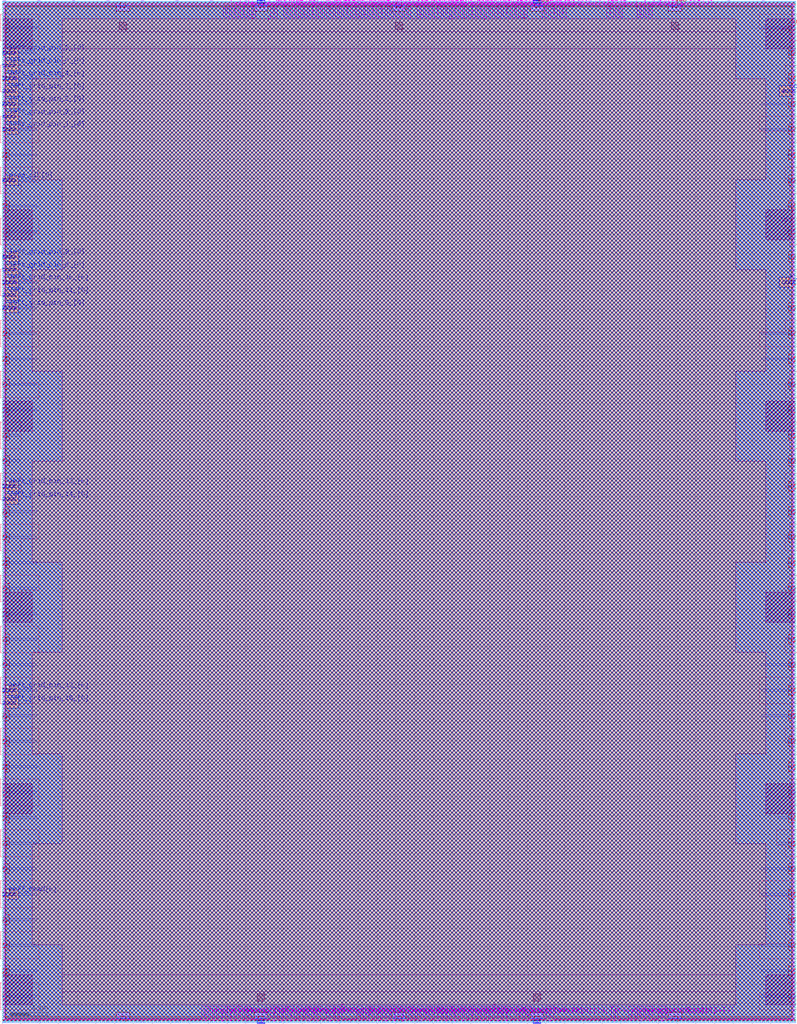
<source format=lef>
VERSION 5.7 ;
BUSBITCHARS "[]" ;

UNITS
  DATABASE MICRONS 1000 ;
END UNITS

MANUFACTURINGGRID 0.005 ;

LAYER nwell
  TYPE MASTERSLICE ;
END nwell

LAYER pwell
  TYPE MASTERSLICE ;
END pwell

LAYER fieldpoly
  TYPE MASTERSLICE ;
END fieldpoly

LAYER li1
  TYPE ROUTING ;
  DIRECTION VERTICAL ;
  PITCH 0.46 ;
  WIDTH 0.17 ;
END li1

LAYER mcon
  TYPE CUT ;
END mcon

LAYER met1
  TYPE ROUTING ;
  DIRECTION HORIZONTAL ;
  PITCH 0.34 ;
  WIDTH 0.14 ;
END met1

LAYER via
  TYPE CUT ;
END via

LAYER met2
  TYPE ROUTING ;
  DIRECTION VERTICAL ;
  PITCH 0.46 ;
  WIDTH 0.14 ;
END met2

LAYER via2
  TYPE CUT ;
END via2

LAYER met3
  TYPE ROUTING ;
  DIRECTION HORIZONTAL ;
  PITCH 0.68 ;
  WIDTH 0.3 ;
END met3

LAYER via3
  TYPE CUT ;
END via3

LAYER met4
  TYPE ROUTING ;
  DIRECTION VERTICAL ;
  PITCH 0.92 ;
  WIDTH 0.3 ;
END met4

LAYER via4
  TYPE CUT ;
END via4

LAYER met5
  TYPE ROUTING ;
  DIRECTION HORIZONTAL ;
  PITCH 3.4 ;
  WIDTH 1.6 ;
END met5

LAYER diff
  TYPE MASTERSLICE ;
END diff

LAYER licon1
  TYPE MASTERSLICE ;
END licon1

LAYER OVERLAP
  TYPE OVERLAP ;
END OVERLAP

VIA L1M1_PR
  LAYER li1 ;
    RECT -0.085 -0.085 0.085 0.085 ;
  LAYER mcon ;
    RECT -0.085 -0.085 0.085 0.085 ;
  LAYER met1 ;
    RECT -0.145 -0.115 0.145 0.115 ;
END L1M1_PR

VIA L1M1_PR_R
  LAYER li1 ;
    RECT -0.085 -0.085 0.085 0.085 ;
  LAYER mcon ;
    RECT -0.085 -0.085 0.085 0.085 ;
  LAYER met1 ;
    RECT -0.115 -0.145 0.115 0.145 ;
END L1M1_PR_R

VIA L1M1_PR_M
  LAYER li1 ;
    RECT -0.085 -0.085 0.085 0.085 ;
  LAYER mcon ;
    RECT -0.085 -0.085 0.085 0.085 ;
  LAYER met1 ;
    RECT -0.115 -0.145 0.115 0.145 ;
END L1M1_PR_M

VIA L1M1_PR_MR
  LAYER li1 ;
    RECT -0.085 -0.085 0.085 0.085 ;
  LAYER mcon ;
    RECT -0.085 -0.085 0.085 0.085 ;
  LAYER met1 ;
    RECT -0.145 -0.115 0.145 0.115 ;
END L1M1_PR_MR

VIA L1M1_PR_C
  LAYER li1 ;
    RECT -0.085 -0.085 0.085 0.085 ;
  LAYER mcon ;
    RECT -0.085 -0.085 0.085 0.085 ;
  LAYER met1 ;
    RECT -0.145 -0.145 0.145 0.145 ;
END L1M1_PR_C

VIA M1M2_PR
  LAYER met1 ;
    RECT -0.16 -0.13 0.16 0.13 ;
  LAYER via ;
    RECT -0.075 -0.075 0.075 0.075 ;
  LAYER met2 ;
    RECT -0.13 -0.16 0.13 0.16 ;
END M1M2_PR

VIA M1M2_PR_Enc
  LAYER met1 ;
    RECT -0.16 -0.13 0.16 0.13 ;
  LAYER via ;
    RECT -0.075 -0.075 0.075 0.075 ;
  LAYER met2 ;
    RECT -0.16 -0.13 0.16 0.13 ;
END M1M2_PR_Enc

VIA M1M2_PR_R
  LAYER met1 ;
    RECT -0.13 -0.16 0.13 0.16 ;
  LAYER via ;
    RECT -0.075 -0.075 0.075 0.075 ;
  LAYER met2 ;
    RECT -0.16 -0.13 0.16 0.13 ;
END M1M2_PR_R

VIA M1M2_PR_R_Enc
  LAYER met1 ;
    RECT -0.13 -0.16 0.13 0.16 ;
  LAYER via ;
    RECT -0.075 -0.075 0.075 0.075 ;
  LAYER met2 ;
    RECT -0.13 -0.16 0.13 0.16 ;
END M1M2_PR_R_Enc

VIA M1M2_PR_M
  LAYER met1 ;
    RECT -0.16 -0.13 0.16 0.13 ;
  LAYER via ;
    RECT -0.075 -0.075 0.075 0.075 ;
  LAYER met2 ;
    RECT -0.16 -0.13 0.16 0.13 ;
END M1M2_PR_M

VIA M1M2_PR_M_Enc
  LAYER met1 ;
    RECT -0.16 -0.13 0.16 0.13 ;
  LAYER via ;
    RECT -0.075 -0.075 0.075 0.075 ;
  LAYER met2 ;
    RECT -0.13 -0.16 0.13 0.16 ;
END M1M2_PR_M_Enc

VIA M1M2_PR_MR
  LAYER met1 ;
    RECT -0.13 -0.16 0.13 0.16 ;
  LAYER via ;
    RECT -0.075 -0.075 0.075 0.075 ;
  LAYER met2 ;
    RECT -0.13 -0.16 0.13 0.16 ;
END M1M2_PR_MR

VIA M1M2_PR_MR_Enc
  LAYER met1 ;
    RECT -0.13 -0.16 0.13 0.16 ;
  LAYER via ;
    RECT -0.075 -0.075 0.075 0.075 ;
  LAYER met2 ;
    RECT -0.16 -0.13 0.16 0.13 ;
END M1M2_PR_MR_Enc

VIA M1M2_PR_C
  LAYER met1 ;
    RECT -0.16 -0.16 0.16 0.16 ;
  LAYER via ;
    RECT -0.075 -0.075 0.075 0.075 ;
  LAYER met2 ;
    RECT -0.16 -0.16 0.16 0.16 ;
END M1M2_PR_C

VIA M2M3_PR
  LAYER met2 ;
    RECT -0.14 -0.185 0.14 0.185 ;
  LAYER via2 ;
    RECT -0.1 -0.1 0.1 0.1 ;
  LAYER met3 ;
    RECT -0.165 -0.165 0.165 0.165 ;
END M2M3_PR

VIA M2M3_PR_R
  LAYER met2 ;
    RECT -0.185 -0.14 0.185 0.14 ;
  LAYER via2 ;
    RECT -0.1 -0.1 0.1 0.1 ;
  LAYER met3 ;
    RECT -0.165 -0.165 0.165 0.165 ;
END M2M3_PR_R

VIA M2M3_PR_M
  LAYER met2 ;
    RECT -0.14 -0.185 0.14 0.185 ;
  LAYER via2 ;
    RECT -0.1 -0.1 0.1 0.1 ;
  LAYER met3 ;
    RECT -0.165 -0.165 0.165 0.165 ;
END M2M3_PR_M

VIA M2M3_PR_MR
  LAYER met2 ;
    RECT -0.185 -0.14 0.185 0.14 ;
  LAYER via2 ;
    RECT -0.1 -0.1 0.1 0.1 ;
  LAYER met3 ;
    RECT -0.165 -0.165 0.165 0.165 ;
END M2M3_PR_MR

VIA M2M3_PR_C
  LAYER met2 ;
    RECT -0.185 -0.185 0.185 0.185 ;
  LAYER via2 ;
    RECT -0.1 -0.1 0.1 0.1 ;
  LAYER met3 ;
    RECT -0.165 -0.165 0.165 0.165 ;
END M2M3_PR_C

VIA M3M4_PR
  LAYER met3 ;
    RECT -0.19 -0.16 0.19 0.16 ;
  LAYER via3 ;
    RECT -0.1 -0.1 0.1 0.1 ;
  LAYER met4 ;
    RECT -0.165 -0.165 0.165 0.165 ;
END M3M4_PR

VIA M3M4_PR_R
  LAYER met3 ;
    RECT -0.16 -0.19 0.16 0.19 ;
  LAYER via3 ;
    RECT -0.1 -0.1 0.1 0.1 ;
  LAYER met4 ;
    RECT -0.165 -0.165 0.165 0.165 ;
END M3M4_PR_R

VIA M3M4_PR_M
  LAYER met3 ;
    RECT -0.19 -0.16 0.19 0.16 ;
  LAYER via3 ;
    RECT -0.1 -0.1 0.1 0.1 ;
  LAYER met4 ;
    RECT -0.165 -0.165 0.165 0.165 ;
END M3M4_PR_M

VIA M3M4_PR_MR
  LAYER met3 ;
    RECT -0.16 -0.19 0.16 0.19 ;
  LAYER via3 ;
    RECT -0.1 -0.1 0.1 0.1 ;
  LAYER met4 ;
    RECT -0.165 -0.165 0.165 0.165 ;
END M3M4_PR_MR

VIA M3M4_PR_C
  LAYER met3 ;
    RECT -0.19 -0.19 0.19 0.19 ;
  LAYER via3 ;
    RECT -0.1 -0.1 0.1 0.1 ;
  LAYER met4 ;
    RECT -0.165 -0.165 0.165 0.165 ;
END M3M4_PR_C

VIA M4M5_PR
  LAYER met4 ;
    RECT -0.59 -0.59 0.59 0.59 ;
  LAYER via4 ;
    RECT -0.4 -0.4 0.4 0.4 ;
  LAYER met5 ;
    RECT -0.71 -0.71 0.71 0.71 ;
END M4M5_PR

VIA M4M5_PR_R
  LAYER met4 ;
    RECT -0.59 -0.59 0.59 0.59 ;
  LAYER via4 ;
    RECT -0.4 -0.4 0.4 0.4 ;
  LAYER met5 ;
    RECT -0.71 -0.71 0.71 0.71 ;
END M4M5_PR_R

VIA M4M5_PR_M
  LAYER met4 ;
    RECT -0.59 -0.59 0.59 0.59 ;
  LAYER via4 ;
    RECT -0.4 -0.4 0.4 0.4 ;
  LAYER met5 ;
    RECT -0.71 -0.71 0.71 0.71 ;
END M4M5_PR_M

VIA M4M5_PR_MR
  LAYER met4 ;
    RECT -0.59 -0.59 0.59 0.59 ;
  LAYER via4 ;
    RECT -0.4 -0.4 0.4 0.4 ;
  LAYER met5 ;
    RECT -0.71 -0.71 0.71 0.71 ;
END M4M5_PR_MR

VIA M4M5_PR_C
  LAYER met4 ;
    RECT -0.59 -0.59 0.59 0.59 ;
  LAYER via4 ;
    RECT -0.4 -0.4 0.4 0.4 ;
  LAYER met5 ;
    RECT -0.71 -0.71 0.71 0.71 ;
END M4M5_PR_C

SITE unit
  CLASS CORE ;
  SYMMETRY Y ;
  SIZE 0.46 BY 2.72 ;
END unit

SITE unithddbl
  CLASS CORE ;
  SIZE 0.46 BY 5.44 ;
END unithddbl

MACRO cby_1__1_
  CLASS BLOCK ;
  ORIGIN 0 0 ;
  SIZE 84.64 BY 108.8 ;
  SYMMETRY X Y ;
  PIN prog_clk[0]
    DIRECTION INPUT ;
    USE CLOCK ;
    PORT
      LAYER met3 ;
        RECT 0 89.61 1.38 89.91 ;
    END
  END prog_clk[0]
  PIN chany_bottom_in[0]
    DIRECTION INPUT ;
    USE SIGNAL ;
    PORT
      LAYER met2 ;
        RECT 48.23 0 48.37 1.36 ;
    END
  END chany_bottom_in[0]
  PIN chany_bottom_in[1]
    DIRECTION INPUT ;
    USE SIGNAL ;
    PORT
      LAYER met2 ;
        RECT 32.59 0 32.73 1.36 ;
    END
  END chany_bottom_in[1]
  PIN chany_bottom_in[2]
    DIRECTION INPUT ;
    USE SIGNAL ;
    PORT
      LAYER met2 ;
        RECT 49.15 0 49.29 1.36 ;
    END
  END chany_bottom_in[2]
  PIN chany_bottom_in[3]
    DIRECTION INPUT ;
    USE SIGNAL ;
    PORT
      LAYER met2 ;
        RECT 42.71 0 42.85 1.36 ;
    END
  END chany_bottom_in[3]
  PIN chany_bottom_in[4]
    DIRECTION INPUT ;
    USE SIGNAL ;
    PORT
      LAYER met2 ;
        RECT 70.31 0 70.45 1.36 ;
    END
  END chany_bottom_in[4]
  PIN chany_bottom_in[5]
    DIRECTION INPUT ;
    USE SIGNAL ;
    PORT
      LAYER met2 ;
        RECT 55.13 0 55.27 1.36 ;
    END
  END chany_bottom_in[5]
  PIN chany_bottom_in[6]
    DIRECTION INPUT ;
    USE SIGNAL ;
    PORT
      LAYER met2 ;
        RECT 41.79 0 41.93 1.36 ;
    END
  END chany_bottom_in[6]
  PIN chany_bottom_in[7]
    DIRECTION INPUT ;
    USE SIGNAL ;
    PORT
      LAYER met2 ;
        RECT 21.55 0 21.69 1.36 ;
    END
  END chany_bottom_in[7]
  PIN chany_bottom_in[8]
    DIRECTION INPUT ;
    USE SIGNAL ;
    PORT
      LAYER met2 ;
        RECT 39.95 0 40.09 1.36 ;
    END
  END chany_bottom_in[8]
  PIN chany_bottom_in[9]
    DIRECTION INPUT ;
    USE SIGNAL ;
    PORT
      LAYER met2 ;
        RECT 29.83 0 29.97 1.36 ;
    END
  END chany_bottom_in[9]
  PIN chany_bottom_in[10]
    DIRECTION INPUT ;
    USE SIGNAL ;
    PORT
      LAYER met2 ;
        RECT 68.01 0 68.15 1.36 ;
    END
  END chany_bottom_in[10]
  PIN chany_bottom_in[11]
    DIRECTION INPUT ;
    USE SIGNAL ;
    PORT
      LAYER met2 ;
        RECT 65.25 0 65.39 1.36 ;
    END
  END chany_bottom_in[11]
  PIN chany_bottom_in[12]
    DIRECTION INPUT ;
    USE SIGNAL ;
    PORT
      LAYER met2 ;
        RECT 50.99 0 51.13 1.36 ;
    END
  END chany_bottom_in[12]
  PIN chany_bottom_in[13]
    DIRECTION INPUT ;
    USE SIGNAL ;
    PORT
      LAYER met2 ;
        RECT 35.81 0 35.95 1.36 ;
    END
  END chany_bottom_in[13]
  PIN chany_bottom_in[14]
    DIRECTION INPUT ;
    USE SIGNAL ;
    PORT
      LAYER met2 ;
        RECT 68.93 0 69.07 1.36 ;
    END
  END chany_bottom_in[14]
  PIN chany_bottom_in[15]
    DIRECTION INPUT ;
    USE SIGNAL ;
    PORT
      LAYER met2 ;
        RECT 22.47 0 22.61 1.36 ;
    END
  END chany_bottom_in[15]
  PIN chany_bottom_in[16]
    DIRECTION INPUT ;
    USE SIGNAL ;
    PORT
      LAYER met2 ;
        RECT 58.35 0 58.49 1.36 ;
    END
  END chany_bottom_in[16]
  PIN chany_bottom_in[17]
    DIRECTION INPUT ;
    USE SIGNAL ;
    PORT
      LAYER met2 ;
        RECT 33.51 0 33.65 1.36 ;
    END
  END chany_bottom_in[17]
  PIN chany_bottom_in[18]
    DIRECTION INPUT ;
    USE SIGNAL ;
    PORT
      LAYER met2 ;
        RECT 67.09 0 67.23 1.36 ;
    END
  END chany_bottom_in[18]
  PIN chany_bottom_in[19]
    DIRECTION INPUT ;
    USE SIGNAL ;
    PORT
      LAYER met2 ;
        RECT 50.07 0 50.21 1.36 ;
    END
  END chany_bottom_in[19]
  PIN chany_top_in[0]
    DIRECTION INPUT ;
    USE SIGNAL ;
    PORT
      LAYER met2 ;
        RECT 54.67 107.44 54.81 108.8 ;
    END
  END chany_top_in[0]
  PIN chany_top_in[1]
    DIRECTION INPUT ;
    USE SIGNAL ;
    PORT
      LAYER met2 ;
        RECT 31.21 107.44 31.35 108.8 ;
    END
  END chany_top_in[1]
  PIN chany_top_in[2]
    DIRECTION INPUT ;
    USE SIGNAL ;
    PORT
      LAYER met2 ;
        RECT 23.85 107.44 23.99 108.8 ;
    END
  END chany_top_in[2]
  PIN chany_top_in[3]
    DIRECTION INPUT ;
    USE SIGNAL ;
    PORT
      LAYER met2 ;
        RECT 40.41 107.44 40.55 108.8 ;
    END
  END chany_top_in[3]
  PIN chany_top_in[4]
    DIRECTION INPUT ;
    USE SIGNAL ;
    PORT
      LAYER met2 ;
        RECT 68.01 107.44 68.15 108.8 ;
    END
  END chany_top_in[4]
  PIN chany_top_in[5]
    DIRECTION INPUT ;
    USE SIGNAL ;
    PORT
      LAYER met2 ;
        RECT 43.17 107.44 43.31 108.8 ;
    END
  END chany_top_in[5]
  PIN chany_top_in[6]
    DIRECTION INPUT ;
    USE SIGNAL ;
    PORT
      LAYER met2 ;
        RECT 46.39 107.44 46.53 108.8 ;
    END
  END chany_top_in[6]
  PIN chany_top_in[7]
    DIRECTION INPUT ;
    USE SIGNAL ;
    PORT
      LAYER met2 ;
        RECT 32.13 107.44 32.27 108.8 ;
    END
  END chany_top_in[7]
  PIN chany_top_in[8]
    DIRECTION INPUT ;
    USE SIGNAL ;
    PORT
      LAYER met2 ;
        RECT 34.89 107.44 35.03 108.8 ;
    END
  END chany_top_in[8]
  PIN chany_top_in[9]
    DIRECTION INPUT ;
    USE SIGNAL ;
    PORT
      LAYER met2 ;
        RECT 25.69 107.44 25.83 108.8 ;
    END
  END chany_top_in[9]
  PIN chany_top_in[10]
    DIRECTION INPUT ;
    USE SIGNAL ;
    PORT
      LAYER met2 ;
        RECT 64.79 107.44 64.93 108.8 ;
    END
  END chany_top_in[10]
  PIN chany_top_in[11]
    DIRECTION INPUT ;
    USE SIGNAL ;
    PORT
      LAYER met2 ;
        RECT 45.47 107.44 45.61 108.8 ;
    END
  END chany_top_in[11]
  PIN chany_top_in[12]
    DIRECTION INPUT ;
    USE SIGNAL ;
    PORT
      LAYER met2 ;
        RECT 51.91 107.44 52.05 108.8 ;
    END
  END chany_top_in[12]
  PIN chany_top_in[13]
    DIRECTION INPUT ;
    USE SIGNAL ;
    PORT
      LAYER met2 ;
        RECT 33.05 107.44 33.19 108.8 ;
    END
  END chany_top_in[13]
  PIN chany_top_in[14]
    DIRECTION INPUT ;
    USE SIGNAL ;
    PORT
      LAYER met2 ;
        RECT 68.93 107.44 69.07 108.8 ;
    END
  END chany_top_in[14]
  PIN chany_top_in[15]
    DIRECTION INPUT ;
    USE SIGNAL ;
    PORT
      LAYER met2 ;
        RECT 26.61 107.44 26.75 108.8 ;
    END
  END chany_top_in[15]
  PIN chany_top_in[16]
    DIRECTION INPUT ;
    USE SIGNAL ;
    PORT
      LAYER met2 ;
        RECT 35.81 107.44 35.95 108.8 ;
    END
  END chany_top_in[16]
  PIN chany_top_in[17]
    DIRECTION INPUT ;
    USE SIGNAL ;
    PORT
      LAYER met2 ;
        RECT 30.29 107.44 30.43 108.8 ;
    END
  END chany_top_in[17]
  PIN chany_top_in[18]
    DIRECTION INPUT ;
    USE SIGNAL ;
    PORT
      LAYER met2 ;
        RECT 44.55 107.44 44.69 108.8 ;
    END
  END chany_top_in[18]
  PIN chany_top_in[19]
    DIRECTION INPUT ;
    USE SIGNAL ;
    PORT
      LAYER met2 ;
        RECT 42.25 107.44 42.39 108.8 ;
    END
  END chany_top_in[19]
  PIN ccff_head[0]
    DIRECTION INPUT ;
    USE SIGNAL ;
    PORT
      LAYER met3 ;
        RECT 0 13.45 1.38 13.75 ;
    END
  END ccff_head[0]
  PIN chany_bottom_out[0]
    DIRECTION OUTPUT ;
    USE SIGNAL ;
    PORT
      LAYER met2 ;
        RECT 51.91 0 52.05 1.36 ;
    END
  END chany_bottom_out[0]
  PIN chany_bottom_out[1]
    DIRECTION OUTPUT ;
    USE SIGNAL ;
    PORT
      LAYER met2 ;
        RECT 28.91 0 29.05 1.36 ;
    END
  END chany_bottom_out[1]
  PIN chany_bottom_out[2]
    DIRECTION OUTPUT ;
    USE SIGNAL ;
    PORT
      LAYER met2 ;
        RECT 53.75 0 53.89 1.36 ;
    END
  END chany_bottom_out[2]
  PIN chany_bottom_out[3]
    DIRECTION OUTPUT ;
    USE SIGNAL ;
    PORT
      LAYER met2 ;
        RECT 45.47 0 45.61 1.36 ;
    END
  END chany_bottom_out[3]
  PIN chany_bottom_out[4]
    DIRECTION OUTPUT ;
    USE SIGNAL ;
    PORT
      LAYER met2 ;
        RECT 23.39 0 23.53 1.36 ;
    END
  END chany_bottom_out[4]
  PIN chany_bottom_out[5]
    DIRECTION OUTPUT ;
    USE SIGNAL ;
    PORT
      LAYER met2 ;
        RECT 31.67 0 31.81 1.36 ;
    END
  END chany_bottom_out[5]
  PIN chany_bottom_out[6]
    DIRECTION OUTPUT ;
    USE SIGNAL ;
    PORT
      LAYER met2 ;
        RECT 46.39 0 46.53 1.36 ;
    END
  END chany_bottom_out[6]
  PIN chany_bottom_out[7]
    DIRECTION OUTPUT ;
    USE SIGNAL ;
    PORT
      LAYER met2 ;
        RECT 38.11 0 38.25 1.36 ;
    END
  END chany_bottom_out[7]
  PIN chany_bottom_out[8]
    DIRECTION OUTPUT ;
    USE SIGNAL ;
    PORT
      LAYER met2 ;
        RECT 43.63 0 43.77 1.36 ;
    END
  END chany_bottom_out[8]
  PIN chany_bottom_out[9]
    DIRECTION OUTPUT ;
    USE SIGNAL ;
    PORT
      LAYER met2 ;
        RECT 39.03 0 39.17 1.36 ;
    END
  END chany_bottom_out[9]
  PIN chany_bottom_out[10]
    DIRECTION OUTPUT ;
    USE SIGNAL ;
    PORT
      LAYER met2 ;
        RECT 44.55 0 44.69 1.36 ;
    END
  END chany_bottom_out[10]
  PIN chany_bottom_out[11]
    DIRECTION OUTPUT ;
    USE SIGNAL ;
    PORT
      LAYER met2 ;
        RECT 47.31 0 47.45 1.36 ;
    END
  END chany_bottom_out[11]
  PIN chany_bottom_out[12]
    DIRECTION OUTPUT ;
    USE SIGNAL ;
    PORT
      LAYER met2 ;
        RECT 24.31 0 24.45 1.36 ;
    END
  END chany_bottom_out[12]
  PIN chany_bottom_out[13]
    DIRECTION OUTPUT ;
    USE SIGNAL ;
    PORT
      LAYER met2 ;
        RECT 34.89 0 35.03 1.36 ;
    END
  END chany_bottom_out[13]
  PIN chany_bottom_out[14]
    DIRECTION OUTPUT ;
    USE SIGNAL ;
    PORT
      LAYER met2 ;
        RECT 26.15 0 26.29 1.36 ;
    END
  END chany_bottom_out[14]
  PIN chany_bottom_out[15]
    DIRECTION OUTPUT ;
    USE SIGNAL ;
    PORT
      LAYER met2 ;
        RECT 25.23 0 25.37 1.36 ;
    END
  END chany_bottom_out[15]
  PIN chany_bottom_out[16]
    DIRECTION OUTPUT ;
    USE SIGNAL ;
    PORT
      LAYER met2 ;
        RECT 40.87 0 41.01 1.36 ;
    END
  END chany_bottom_out[16]
  PIN chany_bottom_out[17]
    DIRECTION OUTPUT ;
    USE SIGNAL ;
    PORT
      LAYER met2 ;
        RECT 52.83 0 52.97 1.36 ;
    END
  END chany_bottom_out[17]
  PIN chany_bottom_out[18]
    DIRECTION OUTPUT ;
    USE SIGNAL ;
    PORT
      LAYER met2 ;
        RECT 56.05 0 56.19 1.36 ;
    END
  END chany_bottom_out[18]
  PIN chany_bottom_out[19]
    DIRECTION OUTPUT ;
    USE SIGNAL ;
    PORT
      LAYER met2 ;
        RECT 30.75 0 30.89 1.36 ;
    END
  END chany_bottom_out[19]
  PIN chany_top_out[0]
    DIRECTION OUTPUT ;
    USE SIGNAL ;
    PORT
      LAYER met2 ;
        RECT 53.75 107.44 53.89 108.8 ;
    END
  END chany_top_out[0]
  PIN chany_top_out[1]
    DIRECTION OUTPUT ;
    USE SIGNAL ;
    PORT
      LAYER met2 ;
        RECT 38.57 107.44 38.71 108.8 ;
    END
  END chany_top_out[1]
  PIN chany_top_out[2]
    DIRECTION OUTPUT ;
    USE SIGNAL ;
    PORT
      LAYER met2 ;
        RECT 52.83 107.44 52.97 108.8 ;
    END
  END chany_top_out[2]
  PIN chany_top_out[3]
    DIRECTION OUTPUT ;
    USE SIGNAL ;
    PORT
      LAYER met2 ;
        RECT 59.73 107.44 59.87 108.8 ;
    END
  END chany_top_out[3]
  PIN chany_top_out[4]
    DIRECTION OUTPUT ;
    USE SIGNAL ;
    PORT
      LAYER met2 ;
        RECT 36.73 107.44 36.87 108.8 ;
    END
  END chany_top_out[4]
  PIN chany_top_out[5]
    DIRECTION OUTPUT ;
    USE SIGNAL ;
    PORT
      LAYER met2 ;
        RECT 47.31 107.44 47.45 108.8 ;
    END
  END chany_top_out[5]
  PIN chany_top_out[6]
    DIRECTION OUTPUT ;
    USE SIGNAL ;
    PORT
      LAYER met2 ;
        RECT 65.71 107.44 65.85 108.8 ;
    END
  END chany_top_out[6]
  PIN chany_top_out[7]
    DIRECTION OUTPUT ;
    USE SIGNAL ;
    PORT
      LAYER met2 ;
        RECT 58.81 107.44 58.95 108.8 ;
    END
  END chany_top_out[7]
  PIN chany_top_out[8]
    DIRECTION OUTPUT ;
    USE SIGNAL ;
    PORT
      LAYER met2 ;
        RECT 49.15 107.44 49.29 108.8 ;
    END
  END chany_top_out[8]
  PIN chany_top_out[9]
    DIRECTION OUTPUT ;
    USE SIGNAL ;
    PORT
      LAYER met2 ;
        RECT 55.59 107.44 55.73 108.8 ;
    END
  END chany_top_out[9]
  PIN chany_top_out[10]
    DIRECTION OUTPUT ;
    USE SIGNAL ;
    PORT
      LAYER met2 ;
        RECT 33.97 107.44 34.11 108.8 ;
    END
  END chany_top_out[10]
  PIN chany_top_out[11]
    DIRECTION OUTPUT ;
    USE SIGNAL ;
    PORT
      LAYER met2 ;
        RECT 57.89 107.44 58.03 108.8 ;
    END
  END chany_top_out[11]
  PIN chany_top_out[12]
    DIRECTION OUTPUT ;
    USE SIGNAL ;
    PORT
      LAYER met2 ;
        RECT 50.99 107.44 51.13 108.8 ;
    END
  END chany_top_out[12]
  PIN chany_top_out[13]
    DIRECTION OUTPUT ;
    USE SIGNAL ;
    PORT
      LAYER met2 ;
        RECT 39.49 107.44 39.63 108.8 ;
    END
  END chany_top_out[13]
  PIN chany_top_out[14]
    DIRECTION OUTPUT ;
    USE SIGNAL ;
    PORT
      LAYER met2 ;
        RECT 37.65 107.44 37.79 108.8 ;
    END
  END chany_top_out[14]
  PIN chany_top_out[15]
    DIRECTION OUTPUT ;
    USE SIGNAL ;
    PORT
      LAYER met2 ;
        RECT 24.77 107.44 24.91 108.8 ;
    END
  END chany_top_out[15]
  PIN chany_top_out[16]
    DIRECTION OUTPUT ;
    USE SIGNAL ;
    PORT
      LAYER met2 ;
        RECT 48.23 107.44 48.37 108.8 ;
    END
  END chany_top_out[16]
  PIN chany_top_out[17]
    DIRECTION OUTPUT ;
    USE SIGNAL ;
    PORT
      LAYER met2 ;
        RECT 41.33 107.44 41.47 108.8 ;
    END
  END chany_top_out[17]
  PIN chany_top_out[18]
    DIRECTION OUTPUT ;
    USE SIGNAL ;
    PORT
      LAYER met2 ;
        RECT 28.91 107.44 29.05 108.8 ;
    END
  END chany_top_out[18]
  PIN chany_top_out[19]
    DIRECTION OUTPUT ;
    USE SIGNAL ;
    PORT
      LAYER met2 ;
        RECT 50.07 107.44 50.21 108.8 ;
    END
  END chany_top_out[19]
  PIN right_grid_pin_52_[0]
    DIRECTION OUTPUT ;
    USE SIGNAL ;
    PORT
      LAYER met3 ;
        RECT 83.26 78.73 84.64 79.03 ;
    END
  END right_grid_pin_52_[0]
  PIN left_grid_pin_0_[0]
    DIRECTION OUTPUT ;
    USE SIGNAL ;
    PORT
      LAYER met3 ;
        RECT 0 101.85 1.38 102.15 ;
    END
  END left_grid_pin_0_[0]
  PIN left_grid_pin_1_[0]
    DIRECTION OUTPUT ;
    USE SIGNAL ;
    PORT
      LAYER met3 ;
        RECT 0 95.05 1.38 95.35 ;
    END
  END left_grid_pin_1_[0]
  PIN left_grid_pin_2_[0]
    DIRECTION OUTPUT ;
    USE SIGNAL ;
    PORT
      LAYER met3 ;
        RECT 0 97.77 1.38 98.07 ;
    END
  END left_grid_pin_2_[0]
  PIN left_grid_pin_3_[0]
    DIRECTION OUTPUT ;
    USE SIGNAL ;
    PORT
      LAYER met3 ;
        RECT 0 96.41 1.38 96.71 ;
    END
  END left_grid_pin_3_[0]
  PIN left_grid_pin_4_[0]
    DIRECTION OUTPUT ;
    USE SIGNAL ;
    PORT
      LAYER met3 ;
        RECT 0 100.49 1.38 100.79 ;
    END
  END left_grid_pin_4_[0]
  PIN left_grid_pin_5_[0]
    DIRECTION OUTPUT ;
    USE SIGNAL ;
    PORT
      LAYER met3 ;
        RECT 0 103.21 1.38 103.51 ;
    END
  END left_grid_pin_5_[0]
  PIN left_grid_pin_6_[0]
    DIRECTION OUTPUT ;
    USE SIGNAL ;
    PORT
      LAYER met3 ;
        RECT 0 80.09 1.38 80.39 ;
    END
  END left_grid_pin_6_[0]
  PIN left_grid_pin_7_[0]
    DIRECTION OUTPUT ;
    USE SIGNAL ;
    PORT
      LAYER met3 ;
        RECT 0 99.13 1.38 99.43 ;
    END
  END left_grid_pin_7_[0]
  PIN left_grid_pin_8_[0]
    DIRECTION OUTPUT ;
    USE SIGNAL ;
    PORT
      LAYER met3 ;
        RECT 0 76.01 1.38 76.31 ;
    END
  END left_grid_pin_8_[0]
  PIN left_grid_pin_9_[0]
    DIRECTION OUTPUT ;
    USE SIGNAL ;
    PORT
      LAYER met3 ;
        RECT 0 81.45 1.38 81.75 ;
    END
  END left_grid_pin_9_[0]
  PIN left_grid_pin_10_[0]
    DIRECTION OUTPUT ;
    USE SIGNAL ;
    PORT
      LAYER met3 ;
        RECT 0 78.73 1.38 79.03 ;
    END
  END left_grid_pin_10_[0]
  PIN left_grid_pin_11_[0]
    DIRECTION OUTPUT ;
    USE SIGNAL ;
    PORT
      LAYER met3 ;
        RECT 0 77.37 1.38 77.67 ;
    END
  END left_grid_pin_11_[0]
  PIN left_grid_pin_12_[0]
    DIRECTION OUTPUT ;
    USE SIGNAL ;
    PORT
      LAYER met3 ;
        RECT 0 35.21 1.38 35.51 ;
    END
  END left_grid_pin_12_[0]
  PIN left_grid_pin_13_[0]
    DIRECTION OUTPUT ;
    USE SIGNAL ;
    PORT
      LAYER met3 ;
        RECT 0 56.97 1.38 57.27 ;
    END
  END left_grid_pin_13_[0]
  PIN left_grid_pin_14_[0]
    DIRECTION OUTPUT ;
    USE SIGNAL ;
    PORT
      LAYER met3 ;
        RECT 0 55.61 1.38 55.91 ;
    END
  END left_grid_pin_14_[0]
  PIN left_grid_pin_15_[0]
    DIRECTION OUTPUT ;
    USE SIGNAL ;
    PORT
      LAYER met3 ;
        RECT 0 33.85 1.38 34.15 ;
    END
  END left_grid_pin_15_[0]
  PIN ccff_tail[0]
    DIRECTION OUTPUT ;
    USE SIGNAL ;
    PORT
      LAYER met3 ;
        RECT 83.26 99.13 84.64 99.43 ;
    END
  END ccff_tail[0]
  PIN VDD
    DIRECTION INPUT ;
    USE POWER ;
    PORT
      LAYER met1 ;
        RECT 0 2.48 0.48 2.96 ;
        RECT 84.16 2.48 84.64 2.96 ;
        RECT 0 7.92 0.48 8.4 ;
        RECT 84.16 7.92 84.64 8.4 ;
        RECT 0 13.36 0.48 13.84 ;
        RECT 84.16 13.36 84.64 13.84 ;
        RECT 0 18.8 0.48 19.28 ;
        RECT 84.16 18.8 84.64 19.28 ;
        RECT 0 24.24 0.48 24.72 ;
        RECT 84.16 24.24 84.64 24.72 ;
        RECT 0 29.68 0.48 30.16 ;
        RECT 84.16 29.68 84.64 30.16 ;
        RECT 0 35.12 0.48 35.6 ;
        RECT 84.16 35.12 84.64 35.6 ;
        RECT 0 40.56 0.48 41.04 ;
        RECT 84.16 40.56 84.64 41.04 ;
        RECT 0 46 0.48 46.48 ;
        RECT 84.16 46 84.64 46.48 ;
        RECT 0 51.44 0.48 51.92 ;
        RECT 84.16 51.44 84.64 51.92 ;
        RECT 0 56.88 0.48 57.36 ;
        RECT 84.16 56.88 84.64 57.36 ;
        RECT 0 62.32 0.48 62.8 ;
        RECT 84.16 62.32 84.64 62.8 ;
        RECT 0 67.76 0.48 68.24 ;
        RECT 84.16 67.76 84.64 68.24 ;
        RECT 0 73.2 0.48 73.68 ;
        RECT 84.16 73.2 84.64 73.68 ;
        RECT 0 78.64 0.48 79.12 ;
        RECT 84.16 78.64 84.64 79.12 ;
        RECT 0 84.08 0.48 84.56 ;
        RECT 84.16 84.08 84.64 84.56 ;
        RECT 0 89.52 0.48 90 ;
        RECT 84.16 89.52 84.64 90 ;
        RECT 0 94.96 0.48 95.44 ;
        RECT 84.16 94.96 84.64 95.44 ;
        RECT 0 100.4 0.48 100.88 ;
        RECT 84.16 100.4 84.64 100.88 ;
        RECT 0 105.84 0.48 106.32 ;
        RECT 84.16 105.84 84.64 106.32 ;
      LAYER met5 ;
        RECT 0 22.2 3.2 25.4 ;
        RECT 81.44 22.2 84.64 25.4 ;
        RECT 0 63 3.2 66.2 ;
        RECT 81.44 63 84.64 66.2 ;
        RECT 0 103.8 3.2 107 ;
        RECT 81.44 103.8 84.64 107 ;
      LAYER met4 ;
        RECT 12.58 0 13.18 0.6 ;
        RECT 42.02 0 42.62 0.6 ;
        RECT 71.46 0 72.06 0.6 ;
        RECT 12.58 108.2 13.18 108.8 ;
        RECT 42.02 108.2 42.62 108.8 ;
        RECT 71.46 108.2 72.06 108.8 ;
    END
  END VDD
  PIN VSS
    DIRECTION INPUT ;
    USE GROUND ;
    PORT
      LAYER met1 ;
        RECT 0 0 84.64 0.24 ;
        RECT 0 5.2 0.48 5.68 ;
        RECT 84.16 5.2 84.64 5.68 ;
        RECT 0 10.64 0.48 11.12 ;
        RECT 84.16 10.64 84.64 11.12 ;
        RECT 0 16.08 0.48 16.56 ;
        RECT 84.16 16.08 84.64 16.56 ;
        RECT 0 21.52 0.48 22 ;
        RECT 84.16 21.52 84.64 22 ;
        RECT 0 26.96 0.48 27.44 ;
        RECT 84.16 26.96 84.64 27.44 ;
        RECT 0 32.4 0.48 32.88 ;
        RECT 84.16 32.4 84.64 32.88 ;
        RECT 0 37.84 0.48 38.32 ;
        RECT 84.16 37.84 84.64 38.32 ;
        RECT 0 43.28 0.48 43.76 ;
        RECT 84.16 43.28 84.64 43.76 ;
        RECT 0 48.72 0.48 49.2 ;
        RECT 84.16 48.72 84.64 49.2 ;
        RECT 0 54.16 0.48 54.64 ;
        RECT 84.16 54.16 84.64 54.64 ;
        RECT 0 59.6 0.48 60.08 ;
        RECT 84.16 59.6 84.64 60.08 ;
        RECT 0 65.04 0.48 65.52 ;
        RECT 84.16 65.04 84.64 65.52 ;
        RECT 0 70.48 0.48 70.96 ;
        RECT 84.16 70.48 84.64 70.96 ;
        RECT 0 75.92 0.48 76.4 ;
        RECT 84.16 75.92 84.64 76.4 ;
        RECT 0 81.36 0.48 81.84 ;
        RECT 84.16 81.36 84.64 81.84 ;
        RECT 0 86.8 0.48 87.28 ;
        RECT 84.16 86.8 84.64 87.28 ;
        RECT 0 92.24 0.48 92.72 ;
        RECT 84.16 92.24 84.64 92.72 ;
        RECT 0 97.68 0.48 98.16 ;
        RECT 84.16 97.68 84.64 98.16 ;
        RECT 0 103.12 0.48 103.6 ;
        RECT 84.16 103.12 84.64 103.6 ;
        RECT 0 108.56 84.64 108.8 ;
      LAYER met5 ;
        RECT 0 1.8 3.2 5 ;
        RECT 81.44 1.8 84.64 5 ;
        RECT 0 42.6 3.2 45.8 ;
        RECT 81.44 42.6 84.64 45.8 ;
        RECT 0 83.4 3.2 86.6 ;
        RECT 81.44 83.4 84.64 86.6 ;
      LAYER met4 ;
        RECT 27.3 0 27.9 0.6 ;
        RECT 56.74 0 57.34 0.6 ;
        RECT 27.3 108.2 27.9 108.8 ;
        RECT 56.74 108.2 57.34 108.8 ;
    END
  END VSS
  OBS
    LAYER li1 ;
      RECT 0 108.715 84.64 108.885 ;
      RECT 80.96 105.995 84.64 106.165 ;
      RECT 0 105.995 3.68 106.165 ;
      RECT 83.72 103.275 84.64 103.445 ;
      RECT 0 103.275 3.68 103.445 ;
      RECT 83.72 100.555 84.64 100.725 ;
      RECT 0 100.555 3.68 100.725 ;
      RECT 80.96 97.835 84.64 98.005 ;
      RECT 0 97.835 3.68 98.005 ;
      RECT 80.96 95.115 84.64 95.285 ;
      RECT 0 95.115 3.68 95.285 ;
      RECT 83.72 92.395 84.64 92.565 ;
      RECT 0 92.395 3.68 92.565 ;
      RECT 83.72 89.675 84.64 89.845 ;
      RECT 0 89.675 3.68 89.845 ;
      RECT 83.72 86.955 84.64 87.125 ;
      RECT 0 86.955 3.68 87.125 ;
      RECT 83.72 84.235 84.64 84.405 ;
      RECT 0 84.235 3.68 84.405 ;
      RECT 84.18 81.515 84.64 81.685 ;
      RECT 0 81.515 1.84 81.685 ;
      RECT 84.18 78.795 84.64 78.965 ;
      RECT 0 78.795 3.68 78.965 ;
      RECT 83.72 76.075 84.64 76.245 ;
      RECT 0 76.075 3.68 76.245 ;
      RECT 80.96 73.355 84.64 73.525 ;
      RECT 0 73.355 3.68 73.525 ;
      RECT 80.96 70.635 84.64 70.805 ;
      RECT 0 70.635 3.68 70.805 ;
      RECT 83.72 67.915 84.64 68.085 ;
      RECT 0 67.915 3.68 68.085 ;
      RECT 83.72 65.195 84.64 65.365 ;
      RECT 0 65.195 3.68 65.365 ;
      RECT 84.18 62.475 84.64 62.645 ;
      RECT 0 62.475 1.84 62.645 ;
      RECT 83.72 59.755 84.64 59.925 ;
      RECT 0 59.755 1.84 59.925 ;
      RECT 83.72 57.035 84.64 57.205 ;
      RECT 0 57.035 1.84 57.205 ;
      RECT 84.18 54.315 84.64 54.485 ;
      RECT 0 54.315 3.68 54.485 ;
      RECT 83.72 51.595 84.64 51.765 ;
      RECT 0 51.595 3.68 51.765 ;
      RECT 83.72 48.875 84.64 49.045 ;
      RECT 0 48.875 3.68 49.045 ;
      RECT 83.72 46.155 84.64 46.325 ;
      RECT 0 46.155 3.68 46.325 ;
      RECT 83.72 43.435 84.64 43.605 ;
      RECT 0 43.435 3.68 43.605 ;
      RECT 83.72 40.715 84.64 40.885 ;
      RECT 0 40.715 3.68 40.885 ;
      RECT 80.96 37.995 84.64 38.165 ;
      RECT 0 37.995 3.68 38.165 ;
      RECT 80.96 35.275 84.64 35.445 ;
      RECT 0 35.275 3.68 35.445 ;
      RECT 80.96 32.555 84.64 32.725 ;
      RECT 0 32.555 3.68 32.725 ;
      RECT 83.72 29.835 84.64 30.005 ;
      RECT 0 29.835 3.68 30.005 ;
      RECT 84.18 27.115 84.64 27.285 ;
      RECT 0 27.115 3.68 27.285 ;
      RECT 84.18 24.395 84.64 24.565 ;
      RECT 0 24.395 3.68 24.565 ;
      RECT 82.8 21.675 84.64 21.845 ;
      RECT 0 21.675 3.68 21.845 ;
      RECT 82.8 18.955 84.64 19.125 ;
      RECT 0 18.955 3.68 19.125 ;
      RECT 80.96 16.235 84.64 16.405 ;
      RECT 0 16.235 3.68 16.405 ;
      RECT 80.96 13.515 84.64 13.685 ;
      RECT 0 13.515 3.68 13.685 ;
      RECT 83.72 10.795 84.64 10.965 ;
      RECT 0 10.795 3.68 10.965 ;
      RECT 80.96 8.075 84.64 8.245 ;
      RECT 0 8.075 3.68 8.245 ;
      RECT 80.96 5.355 84.64 5.525 ;
      RECT 0 5.355 3.68 5.525 ;
      RECT 80.96 2.635 84.64 2.805 ;
      RECT 0 2.635 3.68 2.805 ;
      RECT 0 -0.085 84.64 0.085 ;
    LAYER met3 ;
      POLYGON 57.205 108.965 57.205 108.96 57.42 108.96 57.42 108.64 57.205 108.64 57.205 108.635 56.875 108.635 56.875 108.64 56.66 108.64 56.66 108.96 56.875 108.96 56.875 108.965 ;
      POLYGON 27.765 108.965 27.765 108.96 27.98 108.96 27.98 108.64 27.765 108.64 27.765 108.635 27.435 108.635 27.435 108.64 27.22 108.64 27.22 108.96 27.435 108.96 27.435 108.965 ;
      POLYGON 57.205 0.165 57.205 0.16 57.42 0.16 57.42 -0.16 57.205 -0.16 57.205 -0.165 56.875 -0.165 56.875 -0.16 56.66 -0.16 56.66 0.16 56.875 0.16 56.875 0.165 ;
      POLYGON 27.765 0.165 27.765 0.16 27.98 0.16 27.98 -0.16 27.765 -0.16 27.765 -0.165 27.435 -0.165 27.435 -0.16 27.22 -0.16 27.22 0.16 27.435 0.16 27.435 0.165 ;
      POLYGON 84.24 108.4 84.24 99.83 82.86 99.83 82.86 98.73 84.24 98.73 84.24 79.43 82.86 79.43 82.86 78.33 84.24 78.33 84.24 0.4 0.4 0.4 0.4 13.05 1.78 13.05 1.78 14.15 0.4 14.15 0.4 33.45 1.78 33.45 1.78 34.55 0.4 34.55 0.4 34.81 1.78 34.81 1.78 35.91 0.4 35.91 0.4 55.21 1.78 55.21 1.78 56.31 0.4 56.31 0.4 56.57 1.78 56.57 1.78 57.67 0.4 57.67 0.4 75.61 1.78 75.61 1.78 76.71 0.4 76.71 0.4 76.97 1.78 76.97 1.78 78.07 0.4 78.07 0.4 78.33 1.78 78.33 1.78 79.43 0.4 79.43 0.4 79.69 1.78 79.69 1.78 80.79 0.4 80.79 0.4 81.05 1.78 81.05 1.78 82.15 0.4 82.15 0.4 89.21 1.78 89.21 1.78 90.31 0.4 90.31 0.4 94.65 1.78 94.65 1.78 95.75 0.4 95.75 0.4 96.01 1.78 96.01 1.78 97.11 0.4 97.11 0.4 97.37 1.78 97.37 1.78 98.47 0.4 98.47 0.4 98.73 1.78 98.73 1.78 99.83 0.4 99.83 0.4 100.09 1.78 100.09 1.78 101.19 0.4 101.19 0.4 101.45 1.78 101.45 1.78 102.55 0.4 102.55 0.4 102.81 1.78 102.81 1.78 103.91 0.4 103.91 0.4 108.4 ;
    LAYER met2 ;
      RECT 56.9 108.615 57.18 108.985 ;
      RECT 27.46 108.615 27.74 108.985 ;
      RECT 51.39 106.94 51.65 107.26 ;
      RECT 47.71 106.94 47.97 107.26 ;
      RECT 28.39 106.94 28.65 107.26 ;
      RECT 52.31 1.54 52.57 1.86 ;
      RECT 36.21 1.54 36.47 1.86 ;
      RECT 56.9 -0.185 57.18 0.185 ;
      RECT 27.46 -0.185 27.74 0.185 ;
      POLYGON 84.36 108.52 84.36 0.28 70.73 0.28 70.73 1.64 70.03 1.64 70.03 0.28 69.35 0.28 69.35 1.64 68.65 1.64 68.65 0.28 68.43 0.28 68.43 1.64 67.73 1.64 67.73 0.28 67.51 0.28 67.51 1.64 66.81 1.64 66.81 0.28 65.67 0.28 65.67 1.64 64.97 1.64 64.97 0.28 58.77 0.28 58.77 1.64 58.07 1.64 58.07 0.28 56.47 0.28 56.47 1.64 55.77 1.64 55.77 0.28 55.55 0.28 55.55 1.64 54.85 1.64 54.85 0.28 54.17 0.28 54.17 1.64 53.47 1.64 53.47 0.28 53.25 0.28 53.25 1.64 52.55 1.64 52.55 0.28 52.33 0.28 52.33 1.64 51.63 1.64 51.63 0.28 51.41 0.28 51.41 1.64 50.71 1.64 50.71 0.28 50.49 0.28 50.49 1.64 49.79 1.64 49.79 0.28 49.57 0.28 49.57 1.64 48.87 1.64 48.87 0.28 48.65 0.28 48.65 1.64 47.95 1.64 47.95 0.28 47.73 0.28 47.73 1.64 47.03 1.64 47.03 0.28 46.81 0.28 46.81 1.64 46.11 1.64 46.11 0.28 45.89 0.28 45.89 1.64 45.19 1.64 45.19 0.28 44.97 0.28 44.97 1.64 44.27 1.64 44.27 0.28 44.05 0.28 44.05 1.64 43.35 1.64 43.35 0.28 43.13 0.28 43.13 1.64 42.43 1.64 42.43 0.28 42.21 0.28 42.21 1.64 41.51 1.64 41.51 0.28 41.29 0.28 41.29 1.64 40.59 1.64 40.59 0.28 40.37 0.28 40.37 1.64 39.67 1.64 39.67 0.28 39.45 0.28 39.45 1.64 38.75 1.64 38.75 0.28 38.53 0.28 38.53 1.64 37.83 1.64 37.83 0.28 36.23 0.28 36.23 1.64 35.53 1.64 35.53 0.28 35.31 0.28 35.31 1.64 34.61 1.64 34.61 0.28 33.93 0.28 33.93 1.64 33.23 1.64 33.23 0.28 33.01 0.28 33.01 1.64 32.31 1.64 32.31 0.28 32.09 0.28 32.09 1.64 31.39 1.64 31.39 0.28 31.17 0.28 31.17 1.64 30.47 1.64 30.47 0.28 30.25 0.28 30.25 1.64 29.55 1.64 29.55 0.28 29.33 0.28 29.33 1.64 28.63 1.64 28.63 0.28 26.57 0.28 26.57 1.64 25.87 1.64 25.87 0.28 25.65 0.28 25.65 1.64 24.95 1.64 24.95 0.28 24.73 0.28 24.73 1.64 24.03 1.64 24.03 0.28 23.81 0.28 23.81 1.64 23.11 1.64 23.11 0.28 22.89 0.28 22.89 1.64 22.19 1.64 22.19 0.28 21.97 0.28 21.97 1.64 21.27 1.64 21.27 0.28 0.28 0.28 0.28 108.52 23.57 108.52 23.57 107.16 24.27 107.16 24.27 108.52 24.49 108.52 24.49 107.16 25.19 107.16 25.19 108.52 25.41 108.52 25.41 107.16 26.11 107.16 26.11 108.52 26.33 108.52 26.33 107.16 27.03 107.16 27.03 108.52 28.63 108.52 28.63 107.16 29.33 107.16 29.33 108.52 30.01 108.52 30.01 107.16 30.71 107.16 30.71 108.52 30.93 108.52 30.93 107.16 31.63 107.16 31.63 108.52 31.85 108.52 31.85 107.16 32.55 107.16 32.55 108.52 32.77 108.52 32.77 107.16 33.47 107.16 33.47 108.52 33.69 108.52 33.69 107.16 34.39 107.16 34.39 108.52 34.61 108.52 34.61 107.16 35.31 107.16 35.31 108.52 35.53 108.52 35.53 107.16 36.23 107.16 36.23 108.52 36.45 108.52 36.45 107.16 37.15 107.16 37.15 108.52 37.37 108.52 37.37 107.16 38.07 107.16 38.07 108.52 38.29 108.52 38.29 107.16 38.99 107.16 38.99 108.52 39.21 108.52 39.21 107.16 39.91 107.16 39.91 108.52 40.13 108.52 40.13 107.16 40.83 107.16 40.83 108.52 41.05 108.52 41.05 107.16 41.75 107.16 41.75 108.52 41.97 108.52 41.97 107.16 42.67 107.16 42.67 108.52 42.89 108.52 42.89 107.16 43.59 107.16 43.59 108.52 44.27 108.52 44.27 107.16 44.97 107.16 44.97 108.52 45.19 108.52 45.19 107.16 45.89 107.16 45.89 108.52 46.11 108.52 46.11 107.16 46.81 107.16 46.81 108.52 47.03 108.52 47.03 107.16 47.73 107.16 47.73 108.52 47.95 108.52 47.95 107.16 48.65 107.16 48.65 108.52 48.87 108.52 48.87 107.16 49.57 107.16 49.57 108.52 49.79 108.52 49.79 107.16 50.49 107.16 50.49 108.52 50.71 108.52 50.71 107.16 51.41 107.16 51.41 108.52 51.63 108.52 51.63 107.16 52.33 107.16 52.33 108.52 52.55 108.52 52.55 107.16 53.25 107.16 53.25 108.52 53.47 108.52 53.47 107.16 54.17 107.16 54.17 108.52 54.39 108.52 54.39 107.16 55.09 107.16 55.09 108.52 55.31 108.52 55.31 107.16 56.01 107.16 56.01 108.52 57.61 108.52 57.61 107.16 58.31 107.16 58.31 108.52 58.53 108.52 58.53 107.16 59.23 107.16 59.23 108.52 59.45 108.52 59.45 107.16 60.15 107.16 60.15 108.52 64.51 108.52 64.51 107.16 65.21 107.16 65.21 108.52 65.43 108.52 65.43 107.16 66.13 107.16 66.13 108.52 67.73 108.52 67.73 107.16 68.43 107.16 68.43 108.52 68.65 108.52 68.65 107.16 69.35 107.16 69.35 108.52 ;
    LAYER met4 ;
      POLYGON 84.24 108.4 84.24 0.4 72.46 0.4 72.46 1 71.06 1 71.06 0.4 57.74 0.4 57.74 1 56.34 1 56.34 0.4 43.02 0.4 43.02 1 41.62 1 41.62 0.4 28.3 0.4 28.3 1 26.9 1 26.9 0.4 13.58 0.4 13.58 1 12.18 1 12.18 0.4 0.4 0.4 0.4 108.4 12.18 108.4 12.18 107.8 13.58 107.8 13.58 108.4 26.9 108.4 26.9 107.8 28.3 107.8 28.3 108.4 41.62 108.4 41.62 107.8 43.02 107.8 43.02 108.4 56.34 108.4 56.34 107.8 57.74 107.8 57.74 108.4 71.06 108.4 71.06 107.8 72.46 107.8 72.46 108.4 ;
    LAYER met5 ;
      RECT 6.4 103.8 78.24 107 ;
      RECT 6.4 1.8 78.24 5 ;
      POLYGON 78.24 105.6 78.24 100.6 81.44 100.6 81.44 89.8 78.24 89.8 78.24 80.2 81.44 80.2 81.44 69.4 78.24 69.4 78.24 59.8 81.44 59.8 81.44 49 78.24 49 78.24 39.4 81.44 39.4 81.44 28.6 78.24 28.6 78.24 19 81.44 19 81.44 8.2 78.24 8.2 78.24 3.2 6.4 3.2 6.4 8.2 3.2 8.2 3.2 19 6.4 19 6.4 28.6 3.2 28.6 3.2 39.4 6.4 39.4 6.4 49 3.2 49 3.2 59.8 6.4 59.8 6.4 69.4 3.2 69.4 3.2 80.2 6.4 80.2 6.4 89.8 3.2 89.8 3.2 100.6 6.4 100.6 6.4 105.6 ;
    LAYER met1 ;
      POLYGON 84.36 108.28 84.36 106.6 83.88 106.6 83.88 105.56 84.36 105.56 84.36 103.88 83.88 103.88 83.88 102.84 84.36 102.84 84.36 101.16 83.88 101.16 83.88 100.12 84.36 100.12 84.36 98.44 83.88 98.44 83.88 97.4 84.36 97.4 84.36 95.72 83.88 95.72 83.88 94.68 84.36 94.68 84.36 93 83.88 93 83.88 91.96 84.36 91.96 84.36 90.28 83.88 90.28 83.88 89.24 84.36 89.24 84.36 87.56 83.88 87.56 83.88 86.52 84.36 86.52 84.36 84.84 83.88 84.84 83.88 83.8 84.36 83.8 84.36 82.12 83.88 82.12 83.88 81.08 84.36 81.08 84.36 79.4 83.88 79.4 83.88 78.36 84.36 78.36 84.36 76.68 83.88 76.68 83.88 75.64 84.36 75.64 84.36 73.96 83.88 73.96 83.88 72.92 84.36 72.92 84.36 71.24 83.88 71.24 83.88 70.2 84.36 70.2 84.36 68.52 83.88 68.52 83.88 67.48 84.36 67.48 84.36 65.8 83.88 65.8 83.88 64.76 84.36 64.76 84.36 63.08 83.88 63.08 83.88 62.04 84.36 62.04 84.36 60.36 83.88 60.36 83.88 59.32 84.36 59.32 84.36 57.64 83.88 57.64 83.88 56.6 84.36 56.6 84.36 54.92 83.88 54.92 83.88 53.88 84.36 53.88 84.36 52.2 83.88 52.2 83.88 51.16 84.36 51.16 84.36 49.48 83.88 49.48 83.88 48.44 84.36 48.44 84.36 46.76 83.88 46.76 83.88 45.72 84.36 45.72 84.36 44.04 83.88 44.04 83.88 43 84.36 43 84.36 41.32 83.88 41.32 83.88 40.28 84.36 40.28 84.36 38.6 83.88 38.6 83.88 37.56 84.36 37.56 84.36 35.88 83.88 35.88 83.88 34.84 84.36 34.84 84.36 33.16 83.88 33.16 83.88 32.12 84.36 32.12 84.36 30.44 83.88 30.44 83.88 29.4 84.36 29.4 84.36 27.72 83.88 27.72 83.88 26.68 84.36 26.68 84.36 25 83.88 25 83.88 23.96 84.36 23.96 84.36 22.28 83.88 22.28 83.88 21.24 84.36 21.24 84.36 19.56 83.88 19.56 83.88 18.52 84.36 18.52 84.36 16.84 83.88 16.84 83.88 15.8 84.36 15.8 84.36 14.12 83.88 14.12 83.88 13.08 84.36 13.08 84.36 11.4 83.88 11.4 83.88 10.36 84.36 10.36 84.36 8.68 83.88 8.68 83.88 7.64 84.36 7.64 84.36 5.96 83.88 5.96 83.88 4.92 84.36 4.92 84.36 3.24 83.88 3.24 83.88 2.2 84.36 2.2 84.36 0.52 0.28 0.52 0.28 2.2 0.76 2.2 0.76 3.24 0.28 3.24 0.28 4.92 0.76 4.92 0.76 5.96 0.28 5.96 0.28 7.64 0.76 7.64 0.76 8.68 0.28 8.68 0.28 10.36 0.76 10.36 0.76 11.4 0.28 11.4 0.28 13.08 0.76 13.08 0.76 14.12 0.28 14.12 0.28 15.8 0.76 15.8 0.76 16.84 0.28 16.84 0.28 18.52 0.76 18.52 0.76 19.56 0.28 19.56 0.28 21.24 0.76 21.24 0.76 22.28 0.28 22.28 0.28 23.96 0.76 23.96 0.76 25 0.28 25 0.28 26.68 0.76 26.68 0.76 27.72 0.28 27.72 0.28 29.4 0.76 29.4 0.76 30.44 0.28 30.44 0.28 32.12 0.76 32.12 0.76 33.16 0.28 33.16 0.28 34.84 0.76 34.84 0.76 35.88 0.28 35.88 0.28 37.56 0.76 37.56 0.76 38.6 0.28 38.6 0.28 40.28 0.76 40.28 0.76 41.32 0.28 41.32 0.28 43 0.76 43 0.76 44.04 0.28 44.04 0.28 45.72 0.76 45.72 0.76 46.76 0.28 46.76 0.28 48.44 0.76 48.44 0.76 49.48 0.28 49.48 0.28 51.16 0.76 51.16 0.76 52.2 0.28 52.2 0.28 53.88 0.76 53.88 0.76 54.92 0.28 54.92 0.28 56.6 0.76 56.6 0.76 57.64 0.28 57.64 0.28 59.32 0.76 59.32 0.76 60.36 0.28 60.36 0.28 62.04 0.76 62.04 0.76 63.08 0.28 63.08 0.28 64.76 0.76 64.76 0.76 65.8 0.28 65.8 0.28 67.48 0.76 67.48 0.76 68.52 0.28 68.52 0.28 70.2 0.76 70.2 0.76 71.24 0.28 71.24 0.28 72.92 0.76 72.92 0.76 73.96 0.28 73.96 0.28 75.64 0.76 75.64 0.76 76.68 0.28 76.68 0.28 78.36 0.76 78.36 0.76 79.4 0.28 79.4 0.28 81.08 0.76 81.08 0.76 82.12 0.28 82.12 0.28 83.8 0.76 83.8 0.76 84.84 0.28 84.84 0.28 86.52 0.76 86.52 0.76 87.56 0.28 87.56 0.28 89.24 0.76 89.24 0.76 90.28 0.28 90.28 0.28 91.96 0.76 91.96 0.76 93 0.28 93 0.28 94.68 0.76 94.68 0.76 95.72 0.28 95.72 0.28 97.4 0.76 97.4 0.76 98.44 0.28 98.44 0.28 100.12 0.76 100.12 0.76 101.16 0.28 101.16 0.28 102.84 0.76 102.84 0.76 103.88 0.28 103.88 0.28 105.56 0.76 105.56 0.76 106.6 0.28 106.6 0.28 108.28 ;
    LAYER li1 ;
      RECT 0.34 0.34 84.3 108.46 ;
    LAYER mcon ;
      RECT 84.325 108.715 84.495 108.885 ;
      RECT 83.865 108.715 84.035 108.885 ;
      RECT 83.405 108.715 83.575 108.885 ;
      RECT 82.945 108.715 83.115 108.885 ;
      RECT 82.485 108.715 82.655 108.885 ;
      RECT 82.025 108.715 82.195 108.885 ;
      RECT 81.565 108.715 81.735 108.885 ;
      RECT 81.105 108.715 81.275 108.885 ;
      RECT 80.645 108.715 80.815 108.885 ;
      RECT 80.185 108.715 80.355 108.885 ;
      RECT 79.725 108.715 79.895 108.885 ;
      RECT 79.265 108.715 79.435 108.885 ;
      RECT 78.805 108.715 78.975 108.885 ;
      RECT 78.345 108.715 78.515 108.885 ;
      RECT 77.885 108.715 78.055 108.885 ;
      RECT 77.425 108.715 77.595 108.885 ;
      RECT 76.965 108.715 77.135 108.885 ;
      RECT 76.505 108.715 76.675 108.885 ;
      RECT 76.045 108.715 76.215 108.885 ;
      RECT 75.585 108.715 75.755 108.885 ;
      RECT 75.125 108.715 75.295 108.885 ;
      RECT 74.665 108.715 74.835 108.885 ;
      RECT 74.205 108.715 74.375 108.885 ;
      RECT 73.745 108.715 73.915 108.885 ;
      RECT 73.285 108.715 73.455 108.885 ;
      RECT 72.825 108.715 72.995 108.885 ;
      RECT 72.365 108.715 72.535 108.885 ;
      RECT 71.905 108.715 72.075 108.885 ;
      RECT 71.445 108.715 71.615 108.885 ;
      RECT 70.985 108.715 71.155 108.885 ;
      RECT 70.525 108.715 70.695 108.885 ;
      RECT 70.065 108.715 70.235 108.885 ;
      RECT 69.605 108.715 69.775 108.885 ;
      RECT 69.145 108.715 69.315 108.885 ;
      RECT 68.685 108.715 68.855 108.885 ;
      RECT 68.225 108.715 68.395 108.885 ;
      RECT 67.765 108.715 67.935 108.885 ;
      RECT 67.305 108.715 67.475 108.885 ;
      RECT 66.845 108.715 67.015 108.885 ;
      RECT 66.385 108.715 66.555 108.885 ;
      RECT 65.925 108.715 66.095 108.885 ;
      RECT 65.465 108.715 65.635 108.885 ;
      RECT 65.005 108.715 65.175 108.885 ;
      RECT 64.545 108.715 64.715 108.885 ;
      RECT 64.085 108.715 64.255 108.885 ;
      RECT 63.625 108.715 63.795 108.885 ;
      RECT 63.165 108.715 63.335 108.885 ;
      RECT 62.705 108.715 62.875 108.885 ;
      RECT 62.245 108.715 62.415 108.885 ;
      RECT 61.785 108.715 61.955 108.885 ;
      RECT 61.325 108.715 61.495 108.885 ;
      RECT 60.865 108.715 61.035 108.885 ;
      RECT 60.405 108.715 60.575 108.885 ;
      RECT 59.945 108.715 60.115 108.885 ;
      RECT 59.485 108.715 59.655 108.885 ;
      RECT 59.025 108.715 59.195 108.885 ;
      RECT 58.565 108.715 58.735 108.885 ;
      RECT 58.105 108.715 58.275 108.885 ;
      RECT 57.645 108.715 57.815 108.885 ;
      RECT 57.185 108.715 57.355 108.885 ;
      RECT 56.725 108.715 56.895 108.885 ;
      RECT 56.265 108.715 56.435 108.885 ;
      RECT 55.805 108.715 55.975 108.885 ;
      RECT 55.345 108.715 55.515 108.885 ;
      RECT 54.885 108.715 55.055 108.885 ;
      RECT 54.425 108.715 54.595 108.885 ;
      RECT 53.965 108.715 54.135 108.885 ;
      RECT 53.505 108.715 53.675 108.885 ;
      RECT 53.045 108.715 53.215 108.885 ;
      RECT 52.585 108.715 52.755 108.885 ;
      RECT 52.125 108.715 52.295 108.885 ;
      RECT 51.665 108.715 51.835 108.885 ;
      RECT 51.205 108.715 51.375 108.885 ;
      RECT 50.745 108.715 50.915 108.885 ;
      RECT 50.285 108.715 50.455 108.885 ;
      RECT 49.825 108.715 49.995 108.885 ;
      RECT 49.365 108.715 49.535 108.885 ;
      RECT 48.905 108.715 49.075 108.885 ;
      RECT 48.445 108.715 48.615 108.885 ;
      RECT 47.985 108.715 48.155 108.885 ;
      RECT 47.525 108.715 47.695 108.885 ;
      RECT 47.065 108.715 47.235 108.885 ;
      RECT 46.605 108.715 46.775 108.885 ;
      RECT 46.145 108.715 46.315 108.885 ;
      RECT 45.685 108.715 45.855 108.885 ;
      RECT 45.225 108.715 45.395 108.885 ;
      RECT 44.765 108.715 44.935 108.885 ;
      RECT 44.305 108.715 44.475 108.885 ;
      RECT 43.845 108.715 44.015 108.885 ;
      RECT 43.385 108.715 43.555 108.885 ;
      RECT 42.925 108.715 43.095 108.885 ;
      RECT 42.465 108.715 42.635 108.885 ;
      RECT 42.005 108.715 42.175 108.885 ;
      RECT 41.545 108.715 41.715 108.885 ;
      RECT 41.085 108.715 41.255 108.885 ;
      RECT 40.625 108.715 40.795 108.885 ;
      RECT 40.165 108.715 40.335 108.885 ;
      RECT 39.705 108.715 39.875 108.885 ;
      RECT 39.245 108.715 39.415 108.885 ;
      RECT 38.785 108.715 38.955 108.885 ;
      RECT 38.325 108.715 38.495 108.885 ;
      RECT 37.865 108.715 38.035 108.885 ;
      RECT 37.405 108.715 37.575 108.885 ;
      RECT 36.945 108.715 37.115 108.885 ;
      RECT 36.485 108.715 36.655 108.885 ;
      RECT 36.025 108.715 36.195 108.885 ;
      RECT 35.565 108.715 35.735 108.885 ;
      RECT 35.105 108.715 35.275 108.885 ;
      RECT 34.645 108.715 34.815 108.885 ;
      RECT 34.185 108.715 34.355 108.885 ;
      RECT 33.725 108.715 33.895 108.885 ;
      RECT 33.265 108.715 33.435 108.885 ;
      RECT 32.805 108.715 32.975 108.885 ;
      RECT 32.345 108.715 32.515 108.885 ;
      RECT 31.885 108.715 32.055 108.885 ;
      RECT 31.425 108.715 31.595 108.885 ;
      RECT 30.965 108.715 31.135 108.885 ;
      RECT 30.505 108.715 30.675 108.885 ;
      RECT 30.045 108.715 30.215 108.885 ;
      RECT 29.585 108.715 29.755 108.885 ;
      RECT 29.125 108.715 29.295 108.885 ;
      RECT 28.665 108.715 28.835 108.885 ;
      RECT 28.205 108.715 28.375 108.885 ;
      RECT 27.745 108.715 27.915 108.885 ;
      RECT 27.285 108.715 27.455 108.885 ;
      RECT 26.825 108.715 26.995 108.885 ;
      RECT 26.365 108.715 26.535 108.885 ;
      RECT 25.905 108.715 26.075 108.885 ;
      RECT 25.445 108.715 25.615 108.885 ;
      RECT 24.985 108.715 25.155 108.885 ;
      RECT 24.525 108.715 24.695 108.885 ;
      RECT 24.065 108.715 24.235 108.885 ;
      RECT 23.605 108.715 23.775 108.885 ;
      RECT 23.145 108.715 23.315 108.885 ;
      RECT 22.685 108.715 22.855 108.885 ;
      RECT 22.225 108.715 22.395 108.885 ;
      RECT 21.765 108.715 21.935 108.885 ;
      RECT 21.305 108.715 21.475 108.885 ;
      RECT 20.845 108.715 21.015 108.885 ;
      RECT 20.385 108.715 20.555 108.885 ;
      RECT 19.925 108.715 20.095 108.885 ;
      RECT 19.465 108.715 19.635 108.885 ;
      RECT 19.005 108.715 19.175 108.885 ;
      RECT 18.545 108.715 18.715 108.885 ;
      RECT 18.085 108.715 18.255 108.885 ;
      RECT 17.625 108.715 17.795 108.885 ;
      RECT 17.165 108.715 17.335 108.885 ;
      RECT 16.705 108.715 16.875 108.885 ;
      RECT 16.245 108.715 16.415 108.885 ;
      RECT 15.785 108.715 15.955 108.885 ;
      RECT 15.325 108.715 15.495 108.885 ;
      RECT 14.865 108.715 15.035 108.885 ;
      RECT 14.405 108.715 14.575 108.885 ;
      RECT 13.945 108.715 14.115 108.885 ;
      RECT 13.485 108.715 13.655 108.885 ;
      RECT 13.025 108.715 13.195 108.885 ;
      RECT 12.565 108.715 12.735 108.885 ;
      RECT 12.105 108.715 12.275 108.885 ;
      RECT 11.645 108.715 11.815 108.885 ;
      RECT 11.185 108.715 11.355 108.885 ;
      RECT 10.725 108.715 10.895 108.885 ;
      RECT 10.265 108.715 10.435 108.885 ;
      RECT 9.805 108.715 9.975 108.885 ;
      RECT 9.345 108.715 9.515 108.885 ;
      RECT 8.885 108.715 9.055 108.885 ;
      RECT 8.425 108.715 8.595 108.885 ;
      RECT 7.965 108.715 8.135 108.885 ;
      RECT 7.505 108.715 7.675 108.885 ;
      RECT 7.045 108.715 7.215 108.885 ;
      RECT 6.585 108.715 6.755 108.885 ;
      RECT 6.125 108.715 6.295 108.885 ;
      RECT 5.665 108.715 5.835 108.885 ;
      RECT 5.205 108.715 5.375 108.885 ;
      RECT 4.745 108.715 4.915 108.885 ;
      RECT 4.285 108.715 4.455 108.885 ;
      RECT 3.825 108.715 3.995 108.885 ;
      RECT 3.365 108.715 3.535 108.885 ;
      RECT 2.905 108.715 3.075 108.885 ;
      RECT 2.445 108.715 2.615 108.885 ;
      RECT 1.985 108.715 2.155 108.885 ;
      RECT 1.525 108.715 1.695 108.885 ;
      RECT 1.065 108.715 1.235 108.885 ;
      RECT 0.605 108.715 0.775 108.885 ;
      RECT 0.145 108.715 0.315 108.885 ;
      RECT 84.325 105.995 84.495 106.165 ;
      RECT 83.865 105.995 84.035 106.165 ;
      RECT 0.605 105.995 0.775 106.165 ;
      RECT 0.145 105.995 0.315 106.165 ;
      RECT 84.325 103.275 84.495 103.445 ;
      RECT 83.865 103.275 84.035 103.445 ;
      RECT 0.605 103.275 0.775 103.445 ;
      RECT 0.145 103.275 0.315 103.445 ;
      RECT 84.325 100.555 84.495 100.725 ;
      RECT 83.865 100.555 84.035 100.725 ;
      RECT 0.605 100.555 0.775 100.725 ;
      RECT 0.145 100.555 0.315 100.725 ;
      RECT 84.325 97.835 84.495 98.005 ;
      RECT 83.865 97.835 84.035 98.005 ;
      RECT 0.605 97.835 0.775 98.005 ;
      RECT 0.145 97.835 0.315 98.005 ;
      RECT 84.325 95.115 84.495 95.285 ;
      RECT 83.865 95.115 84.035 95.285 ;
      RECT 0.605 95.115 0.775 95.285 ;
      RECT 0.145 95.115 0.315 95.285 ;
      RECT 84.325 92.395 84.495 92.565 ;
      RECT 83.865 92.395 84.035 92.565 ;
      RECT 0.605 92.395 0.775 92.565 ;
      RECT 0.145 92.395 0.315 92.565 ;
      RECT 84.325 89.675 84.495 89.845 ;
      RECT 83.865 89.675 84.035 89.845 ;
      RECT 0.605 89.675 0.775 89.845 ;
      RECT 0.145 89.675 0.315 89.845 ;
      RECT 84.325 86.955 84.495 87.125 ;
      RECT 83.865 86.955 84.035 87.125 ;
      RECT 0.605 86.955 0.775 87.125 ;
      RECT 0.145 86.955 0.315 87.125 ;
      RECT 84.325 84.235 84.495 84.405 ;
      RECT 83.865 84.235 84.035 84.405 ;
      RECT 0.605 84.235 0.775 84.405 ;
      RECT 0.145 84.235 0.315 84.405 ;
      RECT 84.325 81.515 84.495 81.685 ;
      RECT 83.865 81.515 84.035 81.685 ;
      RECT 0.605 81.515 0.775 81.685 ;
      RECT 0.145 81.515 0.315 81.685 ;
      RECT 84.325 78.795 84.495 78.965 ;
      RECT 83.865 78.795 84.035 78.965 ;
      RECT 0.605 78.795 0.775 78.965 ;
      RECT 0.145 78.795 0.315 78.965 ;
      RECT 84.325 76.075 84.495 76.245 ;
      RECT 83.865 76.075 84.035 76.245 ;
      RECT 0.605 76.075 0.775 76.245 ;
      RECT 0.145 76.075 0.315 76.245 ;
      RECT 84.325 73.355 84.495 73.525 ;
      RECT 83.865 73.355 84.035 73.525 ;
      RECT 0.605 73.355 0.775 73.525 ;
      RECT 0.145 73.355 0.315 73.525 ;
      RECT 84.325 70.635 84.495 70.805 ;
      RECT 83.865 70.635 84.035 70.805 ;
      RECT 0.605 70.635 0.775 70.805 ;
      RECT 0.145 70.635 0.315 70.805 ;
      RECT 84.325 67.915 84.495 68.085 ;
      RECT 83.865 67.915 84.035 68.085 ;
      RECT 0.605 67.915 0.775 68.085 ;
      RECT 0.145 67.915 0.315 68.085 ;
      RECT 84.325 65.195 84.495 65.365 ;
      RECT 83.865 65.195 84.035 65.365 ;
      RECT 0.605 65.195 0.775 65.365 ;
      RECT 0.145 65.195 0.315 65.365 ;
      RECT 84.325 62.475 84.495 62.645 ;
      RECT 83.865 62.475 84.035 62.645 ;
      RECT 0.605 62.475 0.775 62.645 ;
      RECT 0.145 62.475 0.315 62.645 ;
      RECT 84.325 59.755 84.495 59.925 ;
      RECT 83.865 59.755 84.035 59.925 ;
      RECT 0.605 59.755 0.775 59.925 ;
      RECT 0.145 59.755 0.315 59.925 ;
      RECT 84.325 57.035 84.495 57.205 ;
      RECT 83.865 57.035 84.035 57.205 ;
      RECT 0.605 57.035 0.775 57.205 ;
      RECT 0.145 57.035 0.315 57.205 ;
      RECT 84.325 54.315 84.495 54.485 ;
      RECT 83.865 54.315 84.035 54.485 ;
      RECT 0.605 54.315 0.775 54.485 ;
      RECT 0.145 54.315 0.315 54.485 ;
      RECT 84.325 51.595 84.495 51.765 ;
      RECT 83.865 51.595 84.035 51.765 ;
      RECT 0.605 51.595 0.775 51.765 ;
      RECT 0.145 51.595 0.315 51.765 ;
      RECT 84.325 48.875 84.495 49.045 ;
      RECT 83.865 48.875 84.035 49.045 ;
      RECT 0.605 48.875 0.775 49.045 ;
      RECT 0.145 48.875 0.315 49.045 ;
      RECT 84.325 46.155 84.495 46.325 ;
      RECT 83.865 46.155 84.035 46.325 ;
      RECT 0.605 46.155 0.775 46.325 ;
      RECT 0.145 46.155 0.315 46.325 ;
      RECT 84.325 43.435 84.495 43.605 ;
      RECT 83.865 43.435 84.035 43.605 ;
      RECT 0.605 43.435 0.775 43.605 ;
      RECT 0.145 43.435 0.315 43.605 ;
      RECT 84.325 40.715 84.495 40.885 ;
      RECT 83.865 40.715 84.035 40.885 ;
      RECT 0.605 40.715 0.775 40.885 ;
      RECT 0.145 40.715 0.315 40.885 ;
      RECT 84.325 37.995 84.495 38.165 ;
      RECT 83.865 37.995 84.035 38.165 ;
      RECT 0.605 37.995 0.775 38.165 ;
      RECT 0.145 37.995 0.315 38.165 ;
      RECT 84.325 35.275 84.495 35.445 ;
      RECT 83.865 35.275 84.035 35.445 ;
      RECT 0.605 35.275 0.775 35.445 ;
      RECT 0.145 35.275 0.315 35.445 ;
      RECT 84.325 32.555 84.495 32.725 ;
      RECT 83.865 32.555 84.035 32.725 ;
      RECT 0.605 32.555 0.775 32.725 ;
      RECT 0.145 32.555 0.315 32.725 ;
      RECT 84.325 29.835 84.495 30.005 ;
      RECT 83.865 29.835 84.035 30.005 ;
      RECT 0.605 29.835 0.775 30.005 ;
      RECT 0.145 29.835 0.315 30.005 ;
      RECT 84.325 27.115 84.495 27.285 ;
      RECT 83.865 27.115 84.035 27.285 ;
      RECT 0.605 27.115 0.775 27.285 ;
      RECT 0.145 27.115 0.315 27.285 ;
      RECT 84.325 24.395 84.495 24.565 ;
      RECT 83.865 24.395 84.035 24.565 ;
      RECT 0.605 24.395 0.775 24.565 ;
      RECT 0.145 24.395 0.315 24.565 ;
      RECT 84.325 21.675 84.495 21.845 ;
      RECT 83.865 21.675 84.035 21.845 ;
      RECT 0.605 21.675 0.775 21.845 ;
      RECT 0.145 21.675 0.315 21.845 ;
      RECT 84.325 18.955 84.495 19.125 ;
      RECT 83.865 18.955 84.035 19.125 ;
      RECT 0.605 18.955 0.775 19.125 ;
      RECT 0.145 18.955 0.315 19.125 ;
      RECT 84.325 16.235 84.495 16.405 ;
      RECT 83.865 16.235 84.035 16.405 ;
      RECT 0.605 16.235 0.775 16.405 ;
      RECT 0.145 16.235 0.315 16.405 ;
      RECT 84.325 13.515 84.495 13.685 ;
      RECT 83.865 13.515 84.035 13.685 ;
      RECT 0.605 13.515 0.775 13.685 ;
      RECT 0.145 13.515 0.315 13.685 ;
      RECT 84.325 10.795 84.495 10.965 ;
      RECT 83.865 10.795 84.035 10.965 ;
      RECT 0.605 10.795 0.775 10.965 ;
      RECT 0.145 10.795 0.315 10.965 ;
      RECT 84.325 8.075 84.495 8.245 ;
      RECT 83.865 8.075 84.035 8.245 ;
      RECT 0.605 8.075 0.775 8.245 ;
      RECT 0.145 8.075 0.315 8.245 ;
      RECT 84.325 5.355 84.495 5.525 ;
      RECT 83.865 5.355 84.035 5.525 ;
      RECT 0.605 5.355 0.775 5.525 ;
      RECT 0.145 5.355 0.315 5.525 ;
      RECT 84.325 2.635 84.495 2.805 ;
      RECT 83.865 2.635 84.035 2.805 ;
      RECT 0.605 2.635 0.775 2.805 ;
      RECT 0.145 2.635 0.315 2.805 ;
      RECT 84.325 -0.085 84.495 0.085 ;
      RECT 83.865 -0.085 84.035 0.085 ;
      RECT 83.405 -0.085 83.575 0.085 ;
      RECT 82.945 -0.085 83.115 0.085 ;
      RECT 82.485 -0.085 82.655 0.085 ;
      RECT 82.025 -0.085 82.195 0.085 ;
      RECT 81.565 -0.085 81.735 0.085 ;
      RECT 81.105 -0.085 81.275 0.085 ;
      RECT 80.645 -0.085 80.815 0.085 ;
      RECT 80.185 -0.085 80.355 0.085 ;
      RECT 79.725 -0.085 79.895 0.085 ;
      RECT 79.265 -0.085 79.435 0.085 ;
      RECT 78.805 -0.085 78.975 0.085 ;
      RECT 78.345 -0.085 78.515 0.085 ;
      RECT 77.885 -0.085 78.055 0.085 ;
      RECT 77.425 -0.085 77.595 0.085 ;
      RECT 76.965 -0.085 77.135 0.085 ;
      RECT 76.505 -0.085 76.675 0.085 ;
      RECT 76.045 -0.085 76.215 0.085 ;
      RECT 75.585 -0.085 75.755 0.085 ;
      RECT 75.125 -0.085 75.295 0.085 ;
      RECT 74.665 -0.085 74.835 0.085 ;
      RECT 74.205 -0.085 74.375 0.085 ;
      RECT 73.745 -0.085 73.915 0.085 ;
      RECT 73.285 -0.085 73.455 0.085 ;
      RECT 72.825 -0.085 72.995 0.085 ;
      RECT 72.365 -0.085 72.535 0.085 ;
      RECT 71.905 -0.085 72.075 0.085 ;
      RECT 71.445 -0.085 71.615 0.085 ;
      RECT 70.985 -0.085 71.155 0.085 ;
      RECT 70.525 -0.085 70.695 0.085 ;
      RECT 70.065 -0.085 70.235 0.085 ;
      RECT 69.605 -0.085 69.775 0.085 ;
      RECT 69.145 -0.085 69.315 0.085 ;
      RECT 68.685 -0.085 68.855 0.085 ;
      RECT 68.225 -0.085 68.395 0.085 ;
      RECT 67.765 -0.085 67.935 0.085 ;
      RECT 67.305 -0.085 67.475 0.085 ;
      RECT 66.845 -0.085 67.015 0.085 ;
      RECT 66.385 -0.085 66.555 0.085 ;
      RECT 65.925 -0.085 66.095 0.085 ;
      RECT 65.465 -0.085 65.635 0.085 ;
      RECT 65.005 -0.085 65.175 0.085 ;
      RECT 64.545 -0.085 64.715 0.085 ;
      RECT 64.085 -0.085 64.255 0.085 ;
      RECT 63.625 -0.085 63.795 0.085 ;
      RECT 63.165 -0.085 63.335 0.085 ;
      RECT 62.705 -0.085 62.875 0.085 ;
      RECT 62.245 -0.085 62.415 0.085 ;
      RECT 61.785 -0.085 61.955 0.085 ;
      RECT 61.325 -0.085 61.495 0.085 ;
      RECT 60.865 -0.085 61.035 0.085 ;
      RECT 60.405 -0.085 60.575 0.085 ;
      RECT 59.945 -0.085 60.115 0.085 ;
      RECT 59.485 -0.085 59.655 0.085 ;
      RECT 59.025 -0.085 59.195 0.085 ;
      RECT 58.565 -0.085 58.735 0.085 ;
      RECT 58.105 -0.085 58.275 0.085 ;
      RECT 57.645 -0.085 57.815 0.085 ;
      RECT 57.185 -0.085 57.355 0.085 ;
      RECT 56.725 -0.085 56.895 0.085 ;
      RECT 56.265 -0.085 56.435 0.085 ;
      RECT 55.805 -0.085 55.975 0.085 ;
      RECT 55.345 -0.085 55.515 0.085 ;
      RECT 54.885 -0.085 55.055 0.085 ;
      RECT 54.425 -0.085 54.595 0.085 ;
      RECT 53.965 -0.085 54.135 0.085 ;
      RECT 53.505 -0.085 53.675 0.085 ;
      RECT 53.045 -0.085 53.215 0.085 ;
      RECT 52.585 -0.085 52.755 0.085 ;
      RECT 52.125 -0.085 52.295 0.085 ;
      RECT 51.665 -0.085 51.835 0.085 ;
      RECT 51.205 -0.085 51.375 0.085 ;
      RECT 50.745 -0.085 50.915 0.085 ;
      RECT 50.285 -0.085 50.455 0.085 ;
      RECT 49.825 -0.085 49.995 0.085 ;
      RECT 49.365 -0.085 49.535 0.085 ;
      RECT 48.905 -0.085 49.075 0.085 ;
      RECT 48.445 -0.085 48.615 0.085 ;
      RECT 47.985 -0.085 48.155 0.085 ;
      RECT 47.525 -0.085 47.695 0.085 ;
      RECT 47.065 -0.085 47.235 0.085 ;
      RECT 46.605 -0.085 46.775 0.085 ;
      RECT 46.145 -0.085 46.315 0.085 ;
      RECT 45.685 -0.085 45.855 0.085 ;
      RECT 45.225 -0.085 45.395 0.085 ;
      RECT 44.765 -0.085 44.935 0.085 ;
      RECT 44.305 -0.085 44.475 0.085 ;
      RECT 43.845 -0.085 44.015 0.085 ;
      RECT 43.385 -0.085 43.555 0.085 ;
      RECT 42.925 -0.085 43.095 0.085 ;
      RECT 42.465 -0.085 42.635 0.085 ;
      RECT 42.005 -0.085 42.175 0.085 ;
      RECT 41.545 -0.085 41.715 0.085 ;
      RECT 41.085 -0.085 41.255 0.085 ;
      RECT 40.625 -0.085 40.795 0.085 ;
      RECT 40.165 -0.085 40.335 0.085 ;
      RECT 39.705 -0.085 39.875 0.085 ;
      RECT 39.245 -0.085 39.415 0.085 ;
      RECT 38.785 -0.085 38.955 0.085 ;
      RECT 38.325 -0.085 38.495 0.085 ;
      RECT 37.865 -0.085 38.035 0.085 ;
      RECT 37.405 -0.085 37.575 0.085 ;
      RECT 36.945 -0.085 37.115 0.085 ;
      RECT 36.485 -0.085 36.655 0.085 ;
      RECT 36.025 -0.085 36.195 0.085 ;
      RECT 35.565 -0.085 35.735 0.085 ;
      RECT 35.105 -0.085 35.275 0.085 ;
      RECT 34.645 -0.085 34.815 0.085 ;
      RECT 34.185 -0.085 34.355 0.085 ;
      RECT 33.725 -0.085 33.895 0.085 ;
      RECT 33.265 -0.085 33.435 0.085 ;
      RECT 32.805 -0.085 32.975 0.085 ;
      RECT 32.345 -0.085 32.515 0.085 ;
      RECT 31.885 -0.085 32.055 0.085 ;
      RECT 31.425 -0.085 31.595 0.085 ;
      RECT 30.965 -0.085 31.135 0.085 ;
      RECT 30.505 -0.085 30.675 0.085 ;
      RECT 30.045 -0.085 30.215 0.085 ;
      RECT 29.585 -0.085 29.755 0.085 ;
      RECT 29.125 -0.085 29.295 0.085 ;
      RECT 28.665 -0.085 28.835 0.085 ;
      RECT 28.205 -0.085 28.375 0.085 ;
      RECT 27.745 -0.085 27.915 0.085 ;
      RECT 27.285 -0.085 27.455 0.085 ;
      RECT 26.825 -0.085 26.995 0.085 ;
      RECT 26.365 -0.085 26.535 0.085 ;
      RECT 25.905 -0.085 26.075 0.085 ;
      RECT 25.445 -0.085 25.615 0.085 ;
      RECT 24.985 -0.085 25.155 0.085 ;
      RECT 24.525 -0.085 24.695 0.085 ;
      RECT 24.065 -0.085 24.235 0.085 ;
      RECT 23.605 -0.085 23.775 0.085 ;
      RECT 23.145 -0.085 23.315 0.085 ;
      RECT 22.685 -0.085 22.855 0.085 ;
      RECT 22.225 -0.085 22.395 0.085 ;
      RECT 21.765 -0.085 21.935 0.085 ;
      RECT 21.305 -0.085 21.475 0.085 ;
      RECT 20.845 -0.085 21.015 0.085 ;
      RECT 20.385 -0.085 20.555 0.085 ;
      RECT 19.925 -0.085 20.095 0.085 ;
      RECT 19.465 -0.085 19.635 0.085 ;
      RECT 19.005 -0.085 19.175 0.085 ;
      RECT 18.545 -0.085 18.715 0.085 ;
      RECT 18.085 -0.085 18.255 0.085 ;
      RECT 17.625 -0.085 17.795 0.085 ;
      RECT 17.165 -0.085 17.335 0.085 ;
      RECT 16.705 -0.085 16.875 0.085 ;
      RECT 16.245 -0.085 16.415 0.085 ;
      RECT 15.785 -0.085 15.955 0.085 ;
      RECT 15.325 -0.085 15.495 0.085 ;
      RECT 14.865 -0.085 15.035 0.085 ;
      RECT 14.405 -0.085 14.575 0.085 ;
      RECT 13.945 -0.085 14.115 0.085 ;
      RECT 13.485 -0.085 13.655 0.085 ;
      RECT 13.025 -0.085 13.195 0.085 ;
      RECT 12.565 -0.085 12.735 0.085 ;
      RECT 12.105 -0.085 12.275 0.085 ;
      RECT 11.645 -0.085 11.815 0.085 ;
      RECT 11.185 -0.085 11.355 0.085 ;
      RECT 10.725 -0.085 10.895 0.085 ;
      RECT 10.265 -0.085 10.435 0.085 ;
      RECT 9.805 -0.085 9.975 0.085 ;
      RECT 9.345 -0.085 9.515 0.085 ;
      RECT 8.885 -0.085 9.055 0.085 ;
      RECT 8.425 -0.085 8.595 0.085 ;
      RECT 7.965 -0.085 8.135 0.085 ;
      RECT 7.505 -0.085 7.675 0.085 ;
      RECT 7.045 -0.085 7.215 0.085 ;
      RECT 6.585 -0.085 6.755 0.085 ;
      RECT 6.125 -0.085 6.295 0.085 ;
      RECT 5.665 -0.085 5.835 0.085 ;
      RECT 5.205 -0.085 5.375 0.085 ;
      RECT 4.745 -0.085 4.915 0.085 ;
      RECT 4.285 -0.085 4.455 0.085 ;
      RECT 3.825 -0.085 3.995 0.085 ;
      RECT 3.365 -0.085 3.535 0.085 ;
      RECT 2.905 -0.085 3.075 0.085 ;
      RECT 2.445 -0.085 2.615 0.085 ;
      RECT 1.985 -0.085 2.155 0.085 ;
      RECT 1.525 -0.085 1.695 0.085 ;
      RECT 1.065 -0.085 1.235 0.085 ;
      RECT 0.605 -0.085 0.775 0.085 ;
      RECT 0.145 -0.085 0.315 0.085 ;
    LAYER via ;
      RECT 56.965 108.725 57.115 108.875 ;
      RECT 27.525 108.725 27.675 108.875 ;
      RECT 55.585 107.025 55.735 107.175 ;
      RECT 49.145 107.025 49.295 107.175 ;
      RECT 26.605 107.025 26.755 107.175 ;
      RECT 25.225 1.625 25.375 1.775 ;
      RECT 56.965 -0.075 57.115 0.075 ;
      RECT 27.525 -0.075 27.675 0.075 ;
    LAYER via2 ;
      RECT 56.94 108.7 57.14 108.9 ;
      RECT 27.5 108.7 27.7 108.9 ;
      RECT 1.28 103.26 1.48 103.46 ;
      RECT 1.28 100.54 1.48 100.74 ;
      RECT 83.16 99.18 83.36 99.38 ;
      RECT 1.28 80.14 1.48 80.34 ;
      RECT 1.28 78.78 1.48 78.98 ;
      RECT 1.28 76.06 1.48 76.26 ;
      RECT 56.94 -0.1 57.14 0.1 ;
      RECT 27.5 -0.1 27.7 0.1 ;
    LAYER via3 ;
      RECT 56.94 108.7 57.14 108.9 ;
      RECT 27.5 108.7 27.7 108.9 ;
      RECT 56.94 -0.1 57.14 0.1 ;
      RECT 27.5 -0.1 27.7 0.1 ;
    LAYER via4 ;
      RECT 71.36 105.8 72.16 106.6 ;
      RECT 41.92 105.8 42.72 106.6 ;
      RECT 12.48 105.8 13.28 106.6 ;
      RECT 56.64 2.2 57.44 3 ;
      RECT 27.2 2.2 28 3 ;
    LAYER fieldpoly ;
      RECT 0.14 0.14 84.5 108.66 ;
    LAYER diff ;
      RECT 0 0 84.64 108.8 ;
    LAYER nwell ;
      POLYGON 84.83 107.495 84.83 104.665 83.99 104.665 83.99 105.89 80.77 105.89 80.77 107.495 ;
      RECT -0.19 104.665 3.87 107.495 ;
      POLYGON 84.83 102.055 84.83 99.225 83.99 99.225 83.99 100.45 83.53 100.45 83.53 102.055 ;
      RECT -0.19 99.225 3.87 102.055 ;
      POLYGON 84.83 96.615 84.83 93.785 83.99 93.785 83.99 95.01 80.77 95.01 80.77 96.615 ;
      POLYGON 2.03 96.615 2.03 95.39 3.87 95.39 3.87 93.785 -0.19 93.785 -0.19 96.615 ;
      POLYGON 84.83 91.175 84.83 88.345 83.99 88.345 83.99 89.57 83.53 89.57 83.53 91.175 ;
      POLYGON 3.87 91.175 3.87 89.57 2.03 89.57 2.03 88.345 -0.19 88.345 -0.19 91.175 ;
      POLYGON 84.83 85.735 84.83 82.905 83.99 82.905 83.99 84.13 83.53 84.13 83.53 85.735 ;
      POLYGON 3.87 85.735 3.87 84.13 2.03 84.13 2.03 82.905 -0.19 82.905 -0.19 85.735 ;
      RECT 83.99 77.465 84.83 80.295 ;
      POLYGON 2.03 80.295 2.03 79.07 3.87 79.07 3.87 77.465 -0.19 77.465 -0.19 80.295 ;
      POLYGON 84.83 74.855 84.83 72.025 80.77 72.025 80.77 73.63 83.53 73.63 83.53 74.855 ;
      POLYGON 2.03 74.855 2.03 73.63 3.87 73.63 3.87 72.025 -0.19 72.025 -0.19 74.855 ;
      POLYGON 84.83 69.415 84.83 66.585 83.53 66.585 83.53 68.19 83.99 68.19 83.99 69.415 ;
      POLYGON 2.03 69.415 2.03 68.19 3.87 68.19 3.87 66.585 -0.19 66.585 -0.19 69.415 ;
      RECT 83.99 61.145 84.83 63.975 ;
      RECT -0.19 61.145 2.03 63.975 ;
      POLYGON 84.83 58.535 84.83 55.705 83.99 55.705 83.99 56.93 83.53 56.93 83.53 58.535 ;
      RECT -0.19 55.705 2.03 58.535 ;
      POLYGON 84.83 53.095 84.83 50.265 83.53 50.265 83.53 51.87 83.99 51.87 83.99 53.095 ;
      POLYGON 3.87 53.095 3.87 51.49 2.03 51.49 2.03 50.265 -0.19 50.265 -0.19 53.095 ;
      POLYGON 84.83 47.655 84.83 44.825 83.53 44.825 83.53 46.43 83.99 46.43 83.99 47.655 ;
      POLYGON 3.87 47.655 3.87 46.05 2.03 46.05 2.03 44.825 -0.19 44.825 -0.19 47.655 ;
      POLYGON 84.83 42.215 84.83 39.385 83.53 39.385 83.53 40.99 83.99 40.99 83.99 42.215 ;
      RECT -0.19 39.385 3.87 42.215 ;
      RECT 80.77 33.945 84.83 36.775 ;
      RECT -0.19 33.945 3.87 36.775 ;
      POLYGON 84.83 31.335 84.83 28.505 83.99 28.505 83.99 29.73 83.53 29.73 83.53 31.335 ;
      RECT -0.19 28.505 3.87 31.335 ;
      RECT 83.99 23.065 84.83 25.895 ;
      RECT -0.19 23.065 3.87 25.895 ;
      POLYGON 84.83 20.455 84.83 17.625 83.53 17.625 83.53 18.85 82.61 18.85 82.61 20.455 ;
      RECT -0.19 17.625 3.87 20.455 ;
      POLYGON 84.83 15.015 84.83 12.185 83.99 12.185 83.99 13.41 80.77 13.41 80.77 15.015 ;
      RECT -0.19 12.185 3.87 15.015 ;
      POLYGON 84.83 9.575 84.83 6.745 80.77 6.745 80.77 8.35 83.53 8.35 83.53 9.575 ;
      RECT -0.19 6.745 3.87 9.575 ;
      POLYGON 84.83 4.135 84.83 1.305 80.77 1.305 80.77 2.91 83.53 2.91 83.53 4.135 ;
      RECT -0.19 1.305 3.87 4.135 ;
      RECT 0 0 84.64 108.8 ;
    LAYER pwell ;
      RECT 81.09 108.75 81.31 108.92 ;
      RECT 77.41 108.75 77.63 108.92 ;
      RECT 73.73 108.75 73.95 108.92 ;
      RECT 70.05 108.75 70.27 108.92 ;
      RECT 66.37 108.75 66.59 108.92 ;
      RECT 62.69 108.75 62.91 108.92 ;
      RECT 59.01 108.75 59.23 108.92 ;
      RECT 55.33 108.75 55.55 108.92 ;
      RECT 51.65 108.75 51.87 108.92 ;
      RECT 47.97 108.75 48.19 108.92 ;
      RECT 44.29 108.75 44.51 108.92 ;
      RECT 40.61 108.75 40.83 108.92 ;
      RECT 36.93 108.75 37.15 108.92 ;
      RECT 33.25 108.75 33.47 108.92 ;
      RECT 29.57 108.75 29.79 108.92 ;
      RECT 25.89 108.75 26.11 108.92 ;
      RECT 22.21 108.75 22.43 108.92 ;
      RECT 18.53 108.75 18.75 108.92 ;
      RECT 14.85 108.75 15.07 108.92 ;
      RECT 11.17 108.75 11.39 108.92 ;
      RECT 7.49 108.75 7.71 108.92 ;
      RECT 3.81 108.75 4.03 108.92 ;
      RECT 0.13 108.75 0.35 108.92 ;
      RECT 81.09 -0.12 81.31 0.05 ;
      RECT 77.41 -0.12 77.63 0.05 ;
      RECT 73.73 -0.12 73.95 0.05 ;
      RECT 70.05 -0.12 70.27 0.05 ;
      RECT 66.37 -0.12 66.59 0.05 ;
      RECT 62.69 -0.12 62.91 0.05 ;
      RECT 59.01 -0.12 59.23 0.05 ;
      RECT 55.33 -0.12 55.55 0.05 ;
      RECT 51.65 -0.12 51.87 0.05 ;
      RECT 47.97 -0.12 48.19 0.05 ;
      RECT 44.29 -0.12 44.51 0.05 ;
      RECT 40.61 -0.12 40.83 0.05 ;
      RECT 36.93 -0.12 37.15 0.05 ;
      RECT 33.25 -0.12 33.47 0.05 ;
      RECT 29.57 -0.12 29.79 0.05 ;
      RECT 25.89 -0.12 26.11 0.05 ;
      RECT 22.21 -0.12 22.43 0.05 ;
      RECT 18.53 -0.12 18.75 0.05 ;
      RECT 14.85 -0.12 15.07 0.05 ;
      RECT 11.17 -0.12 11.39 0.05 ;
      RECT 7.49 -0.12 7.71 0.05 ;
      RECT 3.81 -0.12 4.03 0.05 ;
      RECT 0.13 -0.12 0.35 0.05 ;
      RECT 0 0 84.64 108.8 ;
    LAYER OVERLAP ;
      POLYGON 0 0 0 108.8 84.64 108.8 84.64 0 ;
  END
END cby_1__1_

END LIBRARY

</source>
